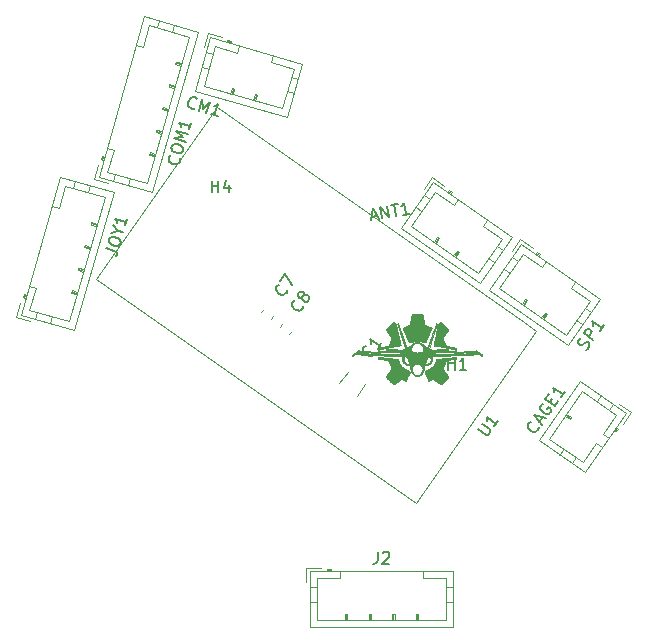
<source format=gto>
G04 #@! TF.GenerationSoftware,KiCad,Pcbnew,(5.1.6)-1*
G04 #@! TF.CreationDate,2020-06-09T11:52:32-04:00*
G04 #@! TF.ProjectId,THROTTLE_INNER_GRIP,5448524f-5454-44c4-955f-494e4e45525f,rev?*
G04 #@! TF.SameCoordinates,Original*
G04 #@! TF.FileFunction,Legend,Top*
G04 #@! TF.FilePolarity,Positive*
%FSLAX46Y46*%
G04 Gerber Fmt 4.6, Leading zero omitted, Abs format (unit mm)*
G04 Created by KiCad (PCBNEW (5.1.6)-1) date 2020-06-09 11:52:32*
%MOMM*%
%LPD*%
G01*
G04 APERTURE LIST*
%ADD10C,0.010000*%
%ADD11C,0.120000*%
%ADD12C,0.150000*%
G04 APERTURE END LIST*
D10*
G04 #@! TO.C,G\u002A\u002A\u002A*
G36*
X98342645Y-112380426D02*
G01*
X98355458Y-112381795D01*
X98375689Y-112384010D01*
X98402841Y-112387012D01*
X98436418Y-112390746D01*
X98475921Y-112395156D01*
X98520855Y-112400186D01*
X98570722Y-112405779D01*
X98625024Y-112411879D01*
X98683266Y-112418430D01*
X98744949Y-112425375D01*
X98809577Y-112432659D01*
X98876653Y-112440225D01*
X98945680Y-112448017D01*
X99016160Y-112455978D01*
X99087596Y-112464053D01*
X99159493Y-112472185D01*
X99231351Y-112480318D01*
X99302675Y-112488396D01*
X99372967Y-112496362D01*
X99441731Y-112504161D01*
X99508468Y-112511735D01*
X99572683Y-112519030D01*
X99633878Y-112525988D01*
X99691556Y-112532553D01*
X99745220Y-112538670D01*
X99794373Y-112544281D01*
X99838517Y-112549331D01*
X99877157Y-112553763D01*
X99909794Y-112557522D01*
X99935931Y-112560550D01*
X99955073Y-112562793D01*
X99966721Y-112564192D01*
X99969777Y-112564586D01*
X99981338Y-112567044D01*
X99987126Y-112571407D01*
X99989715Y-112579015D01*
X99991962Y-112585428D01*
X99997353Y-112598655D01*
X100005495Y-112617820D01*
X100015993Y-112642047D01*
X100028453Y-112670457D01*
X100042481Y-112702174D01*
X100057683Y-112736322D01*
X100073665Y-112772023D01*
X100090032Y-112808401D01*
X100106390Y-112844578D01*
X100122344Y-112879679D01*
X100137502Y-112912825D01*
X100151468Y-112943140D01*
X100163848Y-112969747D01*
X100174248Y-112991770D01*
X100182274Y-113008331D01*
X100186208Y-113016089D01*
X100207079Y-113051424D01*
X100233694Y-113089588D01*
X100264616Y-113128927D01*
X100298405Y-113167787D01*
X100333622Y-113204516D01*
X100368830Y-113237459D01*
X100402589Y-113264965D01*
X100403082Y-113265331D01*
X100410700Y-113270403D01*
X100424921Y-113279290D01*
X100445022Y-113291565D01*
X100470277Y-113306802D01*
X100499961Y-113324576D01*
X100533350Y-113344461D01*
X100569718Y-113366032D01*
X100608341Y-113388862D01*
X100648494Y-113412526D01*
X100689452Y-113436598D01*
X100730491Y-113460653D01*
X100770885Y-113484265D01*
X100809909Y-113507007D01*
X100846840Y-113528455D01*
X100880951Y-113548182D01*
X100911519Y-113565763D01*
X100937817Y-113580772D01*
X100959123Y-113592783D01*
X100974709Y-113601371D01*
X100979988Y-113604174D01*
X100998856Y-113613973D01*
X100838567Y-114001323D01*
X100810109Y-114069951D01*
X100783995Y-114132626D01*
X100760314Y-114189146D01*
X100739153Y-114239305D01*
X100720599Y-114282899D01*
X100704741Y-114319724D01*
X100691665Y-114349577D01*
X100681460Y-114372252D01*
X100674213Y-114387546D01*
X100670010Y-114395254D01*
X100669328Y-114396082D01*
X100658448Y-114401799D01*
X100649519Y-114403490D01*
X100643491Y-114401543D01*
X100630875Y-114395986D01*
X100612527Y-114387244D01*
X100589302Y-114375743D01*
X100562057Y-114361909D01*
X100531646Y-114346167D01*
X100498924Y-114328944D01*
X100487858Y-114323057D01*
X100448621Y-114302182D01*
X100416063Y-114285039D01*
X100389425Y-114271318D01*
X100367947Y-114260705D01*
X100350869Y-114252890D01*
X100337431Y-114247563D01*
X100326875Y-114244411D01*
X100318439Y-114243123D01*
X100311365Y-114243388D01*
X100304893Y-114244896D01*
X100300699Y-114246375D01*
X100295855Y-114249271D01*
X100284538Y-114256628D01*
X100267250Y-114268108D01*
X100244491Y-114283370D01*
X100216763Y-114302076D01*
X100184566Y-114323885D01*
X100148402Y-114348458D01*
X100108771Y-114375456D01*
X100066175Y-114404539D01*
X100021115Y-114435367D01*
X99974092Y-114467602D01*
X99963349Y-114474975D01*
X99907193Y-114513520D01*
X99857583Y-114547542D01*
X99814081Y-114577307D01*
X99776251Y-114603078D01*
X99743656Y-114625123D01*
X99715858Y-114643705D01*
X99692421Y-114659090D01*
X99672908Y-114671543D01*
X99656881Y-114681330D01*
X99643905Y-114688715D01*
X99633541Y-114693965D01*
X99625352Y-114697343D01*
X99618903Y-114699116D01*
X99613755Y-114699548D01*
X99609472Y-114698905D01*
X99605617Y-114697452D01*
X99601752Y-114695454D01*
X99600865Y-114694972D01*
X99596326Y-114691155D01*
X99586332Y-114681821D01*
X99571383Y-114667469D01*
X99551977Y-114648597D01*
X99528611Y-114625704D01*
X99501785Y-114599288D01*
X99471996Y-114569847D01*
X99439743Y-114537879D01*
X99405525Y-114503884D01*
X99369840Y-114468358D01*
X99333185Y-114431801D01*
X99296060Y-114394710D01*
X99258962Y-114357585D01*
X99222391Y-114320922D01*
X99186844Y-114285222D01*
X99152820Y-114250981D01*
X99120816Y-114218699D01*
X99091333Y-114188873D01*
X99064867Y-114162002D01*
X99041917Y-114138584D01*
X99022981Y-114119117D01*
X99008559Y-114104101D01*
X98999147Y-114094032D01*
X98995245Y-114089410D01*
X98995226Y-114089375D01*
X98991050Y-114080126D01*
X98989241Y-114071211D01*
X98990230Y-114061460D01*
X98994454Y-114049702D01*
X99002346Y-114034766D01*
X99014341Y-114015482D01*
X99030872Y-113990679D01*
X99032995Y-113987550D01*
X99042632Y-113973405D01*
X99056570Y-113953002D01*
X99074316Y-113927064D01*
X99095375Y-113896312D01*
X99119254Y-113861465D01*
X99145459Y-113823244D01*
X99173494Y-113782372D01*
X99202867Y-113739568D01*
X99233082Y-113695553D01*
X99260036Y-113656307D01*
X99289417Y-113613466D01*
X99317491Y-113572401D01*
X99343873Y-113533684D01*
X99368179Y-113497883D01*
X99390025Y-113465569D01*
X99409026Y-113437313D01*
X99424798Y-113413684D01*
X99436956Y-113395252D01*
X99445116Y-113382588D01*
X99448894Y-113376262D01*
X99449022Y-113375984D01*
X99453124Y-113362893D01*
X99454815Y-113350704D01*
X99453251Y-113344596D01*
X99448751Y-113331382D01*
X99441606Y-113311787D01*
X99432105Y-113286532D01*
X99420538Y-113256341D01*
X99407196Y-113221936D01*
X99392369Y-113184040D01*
X99376345Y-113143377D01*
X99359416Y-113100669D01*
X99341871Y-113056639D01*
X99324000Y-113012010D01*
X99306094Y-112967506D01*
X99288441Y-112923848D01*
X99271333Y-112881760D01*
X99255059Y-112841966D01*
X99239908Y-112805187D01*
X99226172Y-112772147D01*
X99214139Y-112743568D01*
X99204101Y-112720174D01*
X99196346Y-112702688D01*
X99191165Y-112691832D01*
X99189254Y-112688600D01*
X99180493Y-112679352D01*
X99172658Y-112672900D01*
X99171703Y-112672335D01*
X99166618Y-112671042D01*
X99153787Y-112668326D01*
X99133790Y-112664299D01*
X99107209Y-112659071D01*
X99074622Y-112652754D01*
X99036612Y-112645460D01*
X98993758Y-112637299D01*
X98946640Y-112628383D01*
X98895840Y-112618822D01*
X98841937Y-112608729D01*
X98785512Y-112598214D01*
X98762584Y-112593955D01*
X98689310Y-112580319D01*
X98624080Y-112568098D01*
X98566601Y-112557233D01*
X98516581Y-112547665D01*
X98473726Y-112539336D01*
X98437743Y-112532188D01*
X98408340Y-112526162D01*
X98385222Y-112521199D01*
X98368097Y-112517242D01*
X98356672Y-112514232D01*
X98350653Y-112512111D01*
X98349915Y-112511681D01*
X98341615Y-112504578D01*
X98335782Y-112496220D01*
X98332002Y-112485039D01*
X98329861Y-112469469D01*
X98328945Y-112447943D01*
X98328811Y-112431815D01*
X98328852Y-112410137D01*
X98329198Y-112395531D01*
X98330089Y-112386604D01*
X98331764Y-112381963D01*
X98334465Y-112380212D01*
X98337748Y-112379956D01*
X98342645Y-112380426D01*
G37*
X98342645Y-112380426D02*
X98355458Y-112381795D01*
X98375689Y-112384010D01*
X98402841Y-112387012D01*
X98436418Y-112390746D01*
X98475921Y-112395156D01*
X98520855Y-112400186D01*
X98570722Y-112405779D01*
X98625024Y-112411879D01*
X98683266Y-112418430D01*
X98744949Y-112425375D01*
X98809577Y-112432659D01*
X98876653Y-112440225D01*
X98945680Y-112448017D01*
X99016160Y-112455978D01*
X99087596Y-112464053D01*
X99159493Y-112472185D01*
X99231351Y-112480318D01*
X99302675Y-112488396D01*
X99372967Y-112496362D01*
X99441731Y-112504161D01*
X99508468Y-112511735D01*
X99572683Y-112519030D01*
X99633878Y-112525988D01*
X99691556Y-112532553D01*
X99745220Y-112538670D01*
X99794373Y-112544281D01*
X99838517Y-112549331D01*
X99877157Y-112553763D01*
X99909794Y-112557522D01*
X99935931Y-112560550D01*
X99955073Y-112562793D01*
X99966721Y-112564192D01*
X99969777Y-112564586D01*
X99981338Y-112567044D01*
X99987126Y-112571407D01*
X99989715Y-112579015D01*
X99991962Y-112585428D01*
X99997353Y-112598655D01*
X100005495Y-112617820D01*
X100015993Y-112642047D01*
X100028453Y-112670457D01*
X100042481Y-112702174D01*
X100057683Y-112736322D01*
X100073665Y-112772023D01*
X100090032Y-112808401D01*
X100106390Y-112844578D01*
X100122344Y-112879679D01*
X100137502Y-112912825D01*
X100151468Y-112943140D01*
X100163848Y-112969747D01*
X100174248Y-112991770D01*
X100182274Y-113008331D01*
X100186208Y-113016089D01*
X100207079Y-113051424D01*
X100233694Y-113089588D01*
X100264616Y-113128927D01*
X100298405Y-113167787D01*
X100333622Y-113204516D01*
X100368830Y-113237459D01*
X100402589Y-113264965D01*
X100403082Y-113265331D01*
X100410700Y-113270403D01*
X100424921Y-113279290D01*
X100445022Y-113291565D01*
X100470277Y-113306802D01*
X100499961Y-113324576D01*
X100533350Y-113344461D01*
X100569718Y-113366032D01*
X100608341Y-113388862D01*
X100648494Y-113412526D01*
X100689452Y-113436598D01*
X100730491Y-113460653D01*
X100770885Y-113484265D01*
X100809909Y-113507007D01*
X100846840Y-113528455D01*
X100880951Y-113548182D01*
X100911519Y-113565763D01*
X100937817Y-113580772D01*
X100959123Y-113592783D01*
X100974709Y-113601371D01*
X100979988Y-113604174D01*
X100998856Y-113613973D01*
X100838567Y-114001323D01*
X100810109Y-114069951D01*
X100783995Y-114132626D01*
X100760314Y-114189146D01*
X100739153Y-114239305D01*
X100720599Y-114282899D01*
X100704741Y-114319724D01*
X100691665Y-114349577D01*
X100681460Y-114372252D01*
X100674213Y-114387546D01*
X100670010Y-114395254D01*
X100669328Y-114396082D01*
X100658448Y-114401799D01*
X100649519Y-114403490D01*
X100643491Y-114401543D01*
X100630875Y-114395986D01*
X100612527Y-114387244D01*
X100589302Y-114375743D01*
X100562057Y-114361909D01*
X100531646Y-114346167D01*
X100498924Y-114328944D01*
X100487858Y-114323057D01*
X100448621Y-114302182D01*
X100416063Y-114285039D01*
X100389425Y-114271318D01*
X100367947Y-114260705D01*
X100350869Y-114252890D01*
X100337431Y-114247563D01*
X100326875Y-114244411D01*
X100318439Y-114243123D01*
X100311365Y-114243388D01*
X100304893Y-114244896D01*
X100300699Y-114246375D01*
X100295855Y-114249271D01*
X100284538Y-114256628D01*
X100267250Y-114268108D01*
X100244491Y-114283370D01*
X100216763Y-114302076D01*
X100184566Y-114323885D01*
X100148402Y-114348458D01*
X100108771Y-114375456D01*
X100066175Y-114404539D01*
X100021115Y-114435367D01*
X99974092Y-114467602D01*
X99963349Y-114474975D01*
X99907193Y-114513520D01*
X99857583Y-114547542D01*
X99814081Y-114577307D01*
X99776251Y-114603078D01*
X99743656Y-114625123D01*
X99715858Y-114643705D01*
X99692421Y-114659090D01*
X99672908Y-114671543D01*
X99656881Y-114681330D01*
X99643905Y-114688715D01*
X99633541Y-114693965D01*
X99625352Y-114697343D01*
X99618903Y-114699116D01*
X99613755Y-114699548D01*
X99609472Y-114698905D01*
X99605617Y-114697452D01*
X99601752Y-114695454D01*
X99600865Y-114694972D01*
X99596326Y-114691155D01*
X99586332Y-114681821D01*
X99571383Y-114667469D01*
X99551977Y-114648597D01*
X99528611Y-114625704D01*
X99501785Y-114599288D01*
X99471996Y-114569847D01*
X99439743Y-114537879D01*
X99405525Y-114503884D01*
X99369840Y-114468358D01*
X99333185Y-114431801D01*
X99296060Y-114394710D01*
X99258962Y-114357585D01*
X99222391Y-114320922D01*
X99186844Y-114285222D01*
X99152820Y-114250981D01*
X99120816Y-114218699D01*
X99091333Y-114188873D01*
X99064867Y-114162002D01*
X99041917Y-114138584D01*
X99022981Y-114119117D01*
X99008559Y-114104101D01*
X98999147Y-114094032D01*
X98995245Y-114089410D01*
X98995226Y-114089375D01*
X98991050Y-114080126D01*
X98989241Y-114071211D01*
X98990230Y-114061460D01*
X98994454Y-114049702D01*
X99002346Y-114034766D01*
X99014341Y-114015482D01*
X99030872Y-113990679D01*
X99032995Y-113987550D01*
X99042632Y-113973405D01*
X99056570Y-113953002D01*
X99074316Y-113927064D01*
X99095375Y-113896312D01*
X99119254Y-113861465D01*
X99145459Y-113823244D01*
X99173494Y-113782372D01*
X99202867Y-113739568D01*
X99233082Y-113695553D01*
X99260036Y-113656307D01*
X99289417Y-113613466D01*
X99317491Y-113572401D01*
X99343873Y-113533684D01*
X99368179Y-113497883D01*
X99390025Y-113465569D01*
X99409026Y-113437313D01*
X99424798Y-113413684D01*
X99436956Y-113395252D01*
X99445116Y-113382588D01*
X99448894Y-113376262D01*
X99449022Y-113375984D01*
X99453124Y-113362893D01*
X99454815Y-113350704D01*
X99453251Y-113344596D01*
X99448751Y-113331382D01*
X99441606Y-113311787D01*
X99432105Y-113286532D01*
X99420538Y-113256341D01*
X99407196Y-113221936D01*
X99392369Y-113184040D01*
X99376345Y-113143377D01*
X99359416Y-113100669D01*
X99341871Y-113056639D01*
X99324000Y-113012010D01*
X99306094Y-112967506D01*
X99288441Y-112923848D01*
X99271333Y-112881760D01*
X99255059Y-112841966D01*
X99239908Y-112805187D01*
X99226172Y-112772147D01*
X99214139Y-112743568D01*
X99204101Y-112720174D01*
X99196346Y-112702688D01*
X99191165Y-112691832D01*
X99189254Y-112688600D01*
X99180493Y-112679352D01*
X99172658Y-112672900D01*
X99171703Y-112672335D01*
X99166618Y-112671042D01*
X99153787Y-112668326D01*
X99133790Y-112664299D01*
X99107209Y-112659071D01*
X99074622Y-112652754D01*
X99036612Y-112645460D01*
X98993758Y-112637299D01*
X98946640Y-112628383D01*
X98895840Y-112618822D01*
X98841937Y-112608729D01*
X98785512Y-112598214D01*
X98762584Y-112593955D01*
X98689310Y-112580319D01*
X98624080Y-112568098D01*
X98566601Y-112557233D01*
X98516581Y-112547665D01*
X98473726Y-112539336D01*
X98437743Y-112532188D01*
X98408340Y-112526162D01*
X98385222Y-112521199D01*
X98368097Y-112517242D01*
X98356672Y-112514232D01*
X98350653Y-112512111D01*
X98349915Y-112511681D01*
X98341615Y-112504578D01*
X98335782Y-112496220D01*
X98332002Y-112485039D01*
X98329861Y-112469469D01*
X98328945Y-112447943D01*
X98328811Y-112431815D01*
X98328852Y-112410137D01*
X98329198Y-112395531D01*
X98330089Y-112386604D01*
X98331764Y-112381963D01*
X98334465Y-112380212D01*
X98337748Y-112379956D01*
X98342645Y-112380426D01*
G36*
X104922812Y-112380228D02*
G01*
X104925648Y-112382003D01*
X104927342Y-112386720D01*
X104928189Y-112395818D01*
X104928482Y-112410738D01*
X104928515Y-112428776D01*
X104927819Y-112457416D01*
X104925514Y-112478936D01*
X104921274Y-112494583D01*
X104914773Y-112505606D01*
X104906644Y-112512655D01*
X104901055Y-112514369D01*
X104887665Y-112517497D01*
X104867003Y-112521933D01*
X104839596Y-112527575D01*
X104805974Y-112534318D01*
X104766665Y-112542059D01*
X104722198Y-112550692D01*
X104673101Y-112560115D01*
X104619902Y-112570224D01*
X104563130Y-112580914D01*
X104503315Y-112592081D01*
X104494983Y-112593629D01*
X104437750Y-112604283D01*
X104382814Y-112614556D01*
X104330756Y-112624339D01*
X104282155Y-112633519D01*
X104237592Y-112641986D01*
X104197646Y-112649628D01*
X104162898Y-112656334D01*
X104133928Y-112661993D01*
X104111316Y-112666495D01*
X104095642Y-112669727D01*
X104087487Y-112671578D01*
X104086466Y-112671904D01*
X104082176Y-112674532D01*
X104077969Y-112677968D01*
X104073613Y-112682724D01*
X104068877Y-112689309D01*
X104063531Y-112698234D01*
X104057342Y-112710010D01*
X104050081Y-112725148D01*
X104041516Y-112744157D01*
X104031416Y-112767548D01*
X104019550Y-112795833D01*
X104005687Y-112829521D01*
X103989596Y-112869123D01*
X103971046Y-112915150D01*
X103949807Y-112968112D01*
X103929793Y-113018144D01*
X103903525Y-113084022D01*
X103880449Y-113142256D01*
X103860497Y-113193018D01*
X103843605Y-113236480D01*
X103829708Y-113272813D01*
X103818740Y-113302188D01*
X103810636Y-113324779D01*
X103805331Y-113340755D01*
X103802758Y-113350290D01*
X103802475Y-113352577D01*
X103804191Y-113366776D01*
X103808316Y-113379570D01*
X103808615Y-113380161D01*
X103811879Y-113385337D01*
X103819584Y-113396969D01*
X103831377Y-113414536D01*
X103846904Y-113437520D01*
X103865809Y-113465397D01*
X103887740Y-113497648D01*
X103912343Y-113533752D01*
X103939262Y-113573188D01*
X103968144Y-113615436D01*
X103998635Y-113659974D01*
X104027372Y-113701895D01*
X104059214Y-113748318D01*
X104089926Y-113793097D01*
X104119138Y-113835689D01*
X104146478Y-113875555D01*
X104171575Y-113912153D01*
X104194060Y-113944943D01*
X104213560Y-113973384D01*
X104229706Y-113996935D01*
X104242125Y-114015056D01*
X104250449Y-114027205D01*
X104254065Y-114032490D01*
X104264682Y-114051822D01*
X104268115Y-114068441D01*
X104267917Y-114071120D01*
X104267096Y-114074141D01*
X104265311Y-114077860D01*
X104262223Y-114082635D01*
X104257490Y-114088822D01*
X104250774Y-114096780D01*
X104241733Y-114106864D01*
X104230028Y-114119433D01*
X104215317Y-114134844D01*
X104197262Y-114153453D01*
X104175521Y-114175619D01*
X104149754Y-114201698D01*
X104119622Y-114232047D01*
X104084783Y-114267024D01*
X104044898Y-114306987D01*
X103999626Y-114352291D01*
X103960108Y-114391816D01*
X103909213Y-114442772D01*
X103863997Y-114488108D01*
X103824077Y-114528116D01*
X103789069Y-114563087D01*
X103758591Y-114593310D01*
X103732258Y-114619078D01*
X103709688Y-114640680D01*
X103690497Y-114658408D01*
X103674301Y-114672553D01*
X103660719Y-114683405D01*
X103649365Y-114691255D01*
X103639856Y-114696394D01*
X103631810Y-114699112D01*
X103624843Y-114699702D01*
X103618572Y-114698453D01*
X103612613Y-114695656D01*
X103606582Y-114691602D01*
X103600098Y-114686582D01*
X103592775Y-114680887D01*
X103585742Y-114675825D01*
X103576853Y-114669747D01*
X103561575Y-114659284D01*
X103540497Y-114644839D01*
X103514212Y-114626820D01*
X103483309Y-114605630D01*
X103448380Y-114581675D01*
X103410015Y-114555361D01*
X103368806Y-114527092D01*
X103325342Y-114497273D01*
X103280216Y-114466311D01*
X103254466Y-114448641D01*
X103201720Y-114412465D01*
X103155478Y-114380802D01*
X103115281Y-114353353D01*
X103080667Y-114329818D01*
X103051175Y-114309898D01*
X103026346Y-114293294D01*
X103005717Y-114279706D01*
X102988828Y-114268835D01*
X102975218Y-114260383D01*
X102964426Y-114254048D01*
X102955992Y-114249532D01*
X102949454Y-114246536D01*
X102944352Y-114244761D01*
X102940225Y-114243906D01*
X102939083Y-114243782D01*
X102933923Y-114243552D01*
X102928483Y-114244012D01*
X102921996Y-114245518D01*
X102913694Y-114248427D01*
X102902813Y-114253092D01*
X102888584Y-114259871D01*
X102870240Y-114269119D01*
X102847015Y-114281190D01*
X102818143Y-114296441D01*
X102782856Y-114315228D01*
X102768669Y-114322800D01*
X102727321Y-114344711D01*
X102691334Y-114363436D01*
X102661073Y-114378798D01*
X102636899Y-114390617D01*
X102619175Y-114398714D01*
X102608262Y-114402909D01*
X102605365Y-114403490D01*
X102592205Y-114399873D01*
X102584538Y-114393965D01*
X102581921Y-114388994D01*
X102576309Y-114376740D01*
X102567931Y-114357749D01*
X102557016Y-114332567D01*
X102543792Y-114301740D01*
X102528490Y-114265813D01*
X102511337Y-114225332D01*
X102492564Y-114180844D01*
X102472398Y-114132893D01*
X102451070Y-114082025D01*
X102428808Y-114028788D01*
X102405842Y-113973725D01*
X102382400Y-113917384D01*
X102358711Y-113860309D01*
X102335005Y-113803047D01*
X102311511Y-113746144D01*
X102288457Y-113690145D01*
X102266073Y-113635596D01*
X102258678Y-113617531D01*
X102260348Y-113612450D01*
X102264387Y-113610172D01*
X102270366Y-113607298D01*
X102282930Y-113600503D01*
X102301390Y-113590193D01*
X102325052Y-113576773D01*
X102353224Y-113560648D01*
X102385216Y-113542223D01*
X102420335Y-113521903D01*
X102457888Y-113500094D01*
X102497185Y-113477201D01*
X102537534Y-113453628D01*
X102578242Y-113429782D01*
X102618618Y-113406067D01*
X102657969Y-113382888D01*
X102695604Y-113360650D01*
X102730832Y-113339759D01*
X102762959Y-113320620D01*
X102791295Y-113303638D01*
X102815147Y-113289218D01*
X102833824Y-113277766D01*
X102846633Y-113269685D01*
X102851960Y-113266092D01*
X102885621Y-113239035D01*
X102921161Y-113206067D01*
X102956966Y-113168988D01*
X102991422Y-113129600D01*
X103022913Y-113089702D01*
X103049825Y-113051096D01*
X103061071Y-113032822D01*
X103066003Y-113023493D01*
X103073874Y-113007500D01*
X103084274Y-112985746D01*
X103096791Y-112959134D01*
X103111017Y-112928569D01*
X103126540Y-112894954D01*
X103142949Y-112859192D01*
X103159836Y-112822187D01*
X103176788Y-112784844D01*
X103193397Y-112748064D01*
X103209252Y-112712753D01*
X103223941Y-112679813D01*
X103237056Y-112650149D01*
X103248185Y-112624663D01*
X103256918Y-112604260D01*
X103262846Y-112589843D01*
X103265400Y-112582874D01*
X103268593Y-112572546D01*
X103270588Y-112566708D01*
X103270842Y-112566223D01*
X103275027Y-112565752D01*
X103287221Y-112564370D01*
X103307019Y-112562123D01*
X103334017Y-112559056D01*
X103367812Y-112555215D01*
X103408000Y-112550648D01*
X103454177Y-112545398D01*
X103505938Y-112539513D01*
X103562880Y-112533038D01*
X103624598Y-112526020D01*
X103690690Y-112518504D01*
X103760751Y-112510535D01*
X103834376Y-112502161D01*
X103911163Y-112493426D01*
X103990706Y-112484378D01*
X104072603Y-112475061D01*
X104089931Y-112473090D01*
X104172419Y-112463711D01*
X104252726Y-112454592D01*
X104330440Y-112445778D01*
X104405152Y-112437316D01*
X104476452Y-112429251D01*
X104543929Y-112421630D01*
X104607173Y-112414499D01*
X104665774Y-112407904D01*
X104719322Y-112401891D01*
X104767406Y-112396507D01*
X104809616Y-112391796D01*
X104845542Y-112387807D01*
X104874774Y-112384583D01*
X104896901Y-112382172D01*
X104911514Y-112380620D01*
X104918202Y-112379973D01*
X104918540Y-112379956D01*
X104922812Y-112380228D01*
G37*
X104922812Y-112380228D02*
X104925648Y-112382003D01*
X104927342Y-112386720D01*
X104928189Y-112395818D01*
X104928482Y-112410738D01*
X104928515Y-112428776D01*
X104927819Y-112457416D01*
X104925514Y-112478936D01*
X104921274Y-112494583D01*
X104914773Y-112505606D01*
X104906644Y-112512655D01*
X104901055Y-112514369D01*
X104887665Y-112517497D01*
X104867003Y-112521933D01*
X104839596Y-112527575D01*
X104805974Y-112534318D01*
X104766665Y-112542059D01*
X104722198Y-112550692D01*
X104673101Y-112560115D01*
X104619902Y-112570224D01*
X104563130Y-112580914D01*
X104503315Y-112592081D01*
X104494983Y-112593629D01*
X104437750Y-112604283D01*
X104382814Y-112614556D01*
X104330756Y-112624339D01*
X104282155Y-112633519D01*
X104237592Y-112641986D01*
X104197646Y-112649628D01*
X104162898Y-112656334D01*
X104133928Y-112661993D01*
X104111316Y-112666495D01*
X104095642Y-112669727D01*
X104087487Y-112671578D01*
X104086466Y-112671904D01*
X104082176Y-112674532D01*
X104077969Y-112677968D01*
X104073613Y-112682724D01*
X104068877Y-112689309D01*
X104063531Y-112698234D01*
X104057342Y-112710010D01*
X104050081Y-112725148D01*
X104041516Y-112744157D01*
X104031416Y-112767548D01*
X104019550Y-112795833D01*
X104005687Y-112829521D01*
X103989596Y-112869123D01*
X103971046Y-112915150D01*
X103949807Y-112968112D01*
X103929793Y-113018144D01*
X103903525Y-113084022D01*
X103880449Y-113142256D01*
X103860497Y-113193018D01*
X103843605Y-113236480D01*
X103829708Y-113272813D01*
X103818740Y-113302188D01*
X103810636Y-113324779D01*
X103805331Y-113340755D01*
X103802758Y-113350290D01*
X103802475Y-113352577D01*
X103804191Y-113366776D01*
X103808316Y-113379570D01*
X103808615Y-113380161D01*
X103811879Y-113385337D01*
X103819584Y-113396969D01*
X103831377Y-113414536D01*
X103846904Y-113437520D01*
X103865809Y-113465397D01*
X103887740Y-113497648D01*
X103912343Y-113533752D01*
X103939262Y-113573188D01*
X103968144Y-113615436D01*
X103998635Y-113659974D01*
X104027372Y-113701895D01*
X104059214Y-113748318D01*
X104089926Y-113793097D01*
X104119138Y-113835689D01*
X104146478Y-113875555D01*
X104171575Y-113912153D01*
X104194060Y-113944943D01*
X104213560Y-113973384D01*
X104229706Y-113996935D01*
X104242125Y-114015056D01*
X104250449Y-114027205D01*
X104254065Y-114032490D01*
X104264682Y-114051822D01*
X104268115Y-114068441D01*
X104267917Y-114071120D01*
X104267096Y-114074141D01*
X104265311Y-114077860D01*
X104262223Y-114082635D01*
X104257490Y-114088822D01*
X104250774Y-114096780D01*
X104241733Y-114106864D01*
X104230028Y-114119433D01*
X104215317Y-114134844D01*
X104197262Y-114153453D01*
X104175521Y-114175619D01*
X104149754Y-114201698D01*
X104119622Y-114232047D01*
X104084783Y-114267024D01*
X104044898Y-114306987D01*
X103999626Y-114352291D01*
X103960108Y-114391816D01*
X103909213Y-114442772D01*
X103863997Y-114488108D01*
X103824077Y-114528116D01*
X103789069Y-114563087D01*
X103758591Y-114593310D01*
X103732258Y-114619078D01*
X103709688Y-114640680D01*
X103690497Y-114658408D01*
X103674301Y-114672553D01*
X103660719Y-114683405D01*
X103649365Y-114691255D01*
X103639856Y-114696394D01*
X103631810Y-114699112D01*
X103624843Y-114699702D01*
X103618572Y-114698453D01*
X103612613Y-114695656D01*
X103606582Y-114691602D01*
X103600098Y-114686582D01*
X103592775Y-114680887D01*
X103585742Y-114675825D01*
X103576853Y-114669747D01*
X103561575Y-114659284D01*
X103540497Y-114644839D01*
X103514212Y-114626820D01*
X103483309Y-114605630D01*
X103448380Y-114581675D01*
X103410015Y-114555361D01*
X103368806Y-114527092D01*
X103325342Y-114497273D01*
X103280216Y-114466311D01*
X103254466Y-114448641D01*
X103201720Y-114412465D01*
X103155478Y-114380802D01*
X103115281Y-114353353D01*
X103080667Y-114329818D01*
X103051175Y-114309898D01*
X103026346Y-114293294D01*
X103005717Y-114279706D01*
X102988828Y-114268835D01*
X102975218Y-114260383D01*
X102964426Y-114254048D01*
X102955992Y-114249532D01*
X102949454Y-114246536D01*
X102944352Y-114244761D01*
X102940225Y-114243906D01*
X102939083Y-114243782D01*
X102933923Y-114243552D01*
X102928483Y-114244012D01*
X102921996Y-114245518D01*
X102913694Y-114248427D01*
X102902813Y-114253092D01*
X102888584Y-114259871D01*
X102870240Y-114269119D01*
X102847015Y-114281190D01*
X102818143Y-114296441D01*
X102782856Y-114315228D01*
X102768669Y-114322800D01*
X102727321Y-114344711D01*
X102691334Y-114363436D01*
X102661073Y-114378798D01*
X102636899Y-114390617D01*
X102619175Y-114398714D01*
X102608262Y-114402909D01*
X102605365Y-114403490D01*
X102592205Y-114399873D01*
X102584538Y-114393965D01*
X102581921Y-114388994D01*
X102576309Y-114376740D01*
X102567931Y-114357749D01*
X102557016Y-114332567D01*
X102543792Y-114301740D01*
X102528490Y-114265813D01*
X102511337Y-114225332D01*
X102492564Y-114180844D01*
X102472398Y-114132893D01*
X102451070Y-114082025D01*
X102428808Y-114028788D01*
X102405842Y-113973725D01*
X102382400Y-113917384D01*
X102358711Y-113860309D01*
X102335005Y-113803047D01*
X102311511Y-113746144D01*
X102288457Y-113690145D01*
X102266073Y-113635596D01*
X102258678Y-113617531D01*
X102260348Y-113612450D01*
X102264387Y-113610172D01*
X102270366Y-113607298D01*
X102282930Y-113600503D01*
X102301390Y-113590193D01*
X102325052Y-113576773D01*
X102353224Y-113560648D01*
X102385216Y-113542223D01*
X102420335Y-113521903D01*
X102457888Y-113500094D01*
X102497185Y-113477201D01*
X102537534Y-113453628D01*
X102578242Y-113429782D01*
X102618618Y-113406067D01*
X102657969Y-113382888D01*
X102695604Y-113360650D01*
X102730832Y-113339759D01*
X102762959Y-113320620D01*
X102791295Y-113303638D01*
X102815147Y-113289218D01*
X102833824Y-113277766D01*
X102846633Y-113269685D01*
X102851960Y-113266092D01*
X102885621Y-113239035D01*
X102921161Y-113206067D01*
X102956966Y-113168988D01*
X102991422Y-113129600D01*
X103022913Y-113089702D01*
X103049825Y-113051096D01*
X103061071Y-113032822D01*
X103066003Y-113023493D01*
X103073874Y-113007500D01*
X103084274Y-112985746D01*
X103096791Y-112959134D01*
X103111017Y-112928569D01*
X103126540Y-112894954D01*
X103142949Y-112859192D01*
X103159836Y-112822187D01*
X103176788Y-112784844D01*
X103193397Y-112748064D01*
X103209252Y-112712753D01*
X103223941Y-112679813D01*
X103237056Y-112650149D01*
X103248185Y-112624663D01*
X103256918Y-112604260D01*
X103262846Y-112589843D01*
X103265400Y-112582874D01*
X103268593Y-112572546D01*
X103270588Y-112566708D01*
X103270842Y-112566223D01*
X103275027Y-112565752D01*
X103287221Y-112564370D01*
X103307019Y-112562123D01*
X103334017Y-112559056D01*
X103367812Y-112555215D01*
X103408000Y-112550648D01*
X103454177Y-112545398D01*
X103505938Y-112539513D01*
X103562880Y-112533038D01*
X103624598Y-112526020D01*
X103690690Y-112518504D01*
X103760751Y-112510535D01*
X103834376Y-112502161D01*
X103911163Y-112493426D01*
X103990706Y-112484378D01*
X104072603Y-112475061D01*
X104089931Y-112473090D01*
X104172419Y-112463711D01*
X104252726Y-112454592D01*
X104330440Y-112445778D01*
X104405152Y-112437316D01*
X104476452Y-112429251D01*
X104543929Y-112421630D01*
X104607173Y-112414499D01*
X104665774Y-112407904D01*
X104719322Y-112401891D01*
X104767406Y-112396507D01*
X104809616Y-112391796D01*
X104845542Y-112387807D01*
X104874774Y-112384583D01*
X104896901Y-112382172D01*
X104911514Y-112380620D01*
X104918202Y-112379973D01*
X104918540Y-112379956D01*
X104922812Y-112380228D01*
G36*
X100015041Y-109548569D02*
G01*
X100021380Y-109551741D01*
X100025207Y-109558921D01*
X100025416Y-109559498D01*
X100027903Y-109566471D01*
X100033066Y-109580959D01*
X100040740Y-109602500D01*
X100050761Y-109630634D01*
X100062964Y-109664898D01*
X100077185Y-109704831D01*
X100093261Y-109749973D01*
X100111026Y-109799861D01*
X100130317Y-109854034D01*
X100150969Y-109912031D01*
X100172818Y-109973391D01*
X100195700Y-110037652D01*
X100219450Y-110104352D01*
X100243904Y-110173031D01*
X100268898Y-110243227D01*
X100294268Y-110314478D01*
X100319849Y-110386323D01*
X100345476Y-110458301D01*
X100370987Y-110529951D01*
X100396216Y-110600811D01*
X100420999Y-110670419D01*
X100445172Y-110738315D01*
X100468571Y-110804037D01*
X100491031Y-110867123D01*
X100512387Y-110927112D01*
X100532477Y-110983543D01*
X100551136Y-111035955D01*
X100568198Y-111083885D01*
X100583500Y-111126874D01*
X100596879Y-111164458D01*
X100608168Y-111196177D01*
X100610628Y-111203090D01*
X100628460Y-111253176D01*
X100645470Y-111300921D01*
X100661446Y-111345728D01*
X100676176Y-111387002D01*
X100689445Y-111424149D01*
X100701042Y-111456571D01*
X100710753Y-111483675D01*
X100718365Y-111504864D01*
X100723666Y-111519544D01*
X100726443Y-111527118D01*
X100726815Y-111528054D01*
X100730892Y-111527321D01*
X100739816Y-111524103D01*
X100742376Y-111523056D01*
X100759859Y-111517471D01*
X100784427Y-111512095D01*
X100814698Y-111507101D01*
X100849290Y-111502660D01*
X100886822Y-111498944D01*
X100925911Y-111496126D01*
X100965177Y-111494377D01*
X100974660Y-111494131D01*
X101019189Y-111493153D01*
X101039614Y-111458718D01*
X101064246Y-111420402D01*
X101092809Y-111381369D01*
X101123833Y-111343335D01*
X101155844Y-111308020D01*
X101187371Y-111277141D01*
X101215381Y-111253594D01*
X101244556Y-111234044D01*
X101280530Y-111214216D01*
X101321688Y-111194775D01*
X101366415Y-111176388D01*
X101413096Y-111159720D01*
X101460117Y-111145438D01*
X101503749Y-111134660D01*
X101537462Y-111129182D01*
X101576841Y-111125721D01*
X101619328Y-111124278D01*
X101662365Y-111124852D01*
X101703395Y-111127445D01*
X101739861Y-111132055D01*
X101753515Y-111134660D01*
X101805622Y-111147696D01*
X101857667Y-111164059D01*
X101908115Y-111183095D01*
X101955429Y-111204149D01*
X101998073Y-111226567D01*
X102034512Y-111249695D01*
X102049053Y-111260620D01*
X102079699Y-111287600D01*
X102111890Y-111320279D01*
X102143866Y-111356563D01*
X102173865Y-111394356D01*
X102200127Y-111431563D01*
X102219346Y-111463241D01*
X102235737Y-111493107D01*
X102283551Y-111494148D01*
X102338829Y-111496572D01*
X102392806Y-111501276D01*
X102443655Y-111508024D01*
X102489546Y-111516579D01*
X102523605Y-111525189D01*
X102524325Y-111525055D01*
X102525287Y-111524120D01*
X102526582Y-111522139D01*
X102528298Y-111518863D01*
X102530525Y-111514048D01*
X102533351Y-111507445D01*
X102536866Y-111498808D01*
X102541159Y-111487890D01*
X102546319Y-111474445D01*
X102552435Y-111458227D01*
X102559596Y-111438987D01*
X102567892Y-111416480D01*
X102577411Y-111390459D01*
X102588243Y-111360678D01*
X102600477Y-111326888D01*
X102614202Y-111288845D01*
X102629507Y-111246301D01*
X102646482Y-111199009D01*
X102665214Y-111146723D01*
X102685795Y-111089196D01*
X102708312Y-111026181D01*
X102732854Y-110957432D01*
X102759512Y-110882702D01*
X102788374Y-110801744D01*
X102819529Y-110714312D01*
X102853066Y-110620158D01*
X102889075Y-110519037D01*
X102927645Y-110410701D01*
X102968864Y-110294904D01*
X103012822Y-110171399D01*
X103017031Y-110159573D01*
X103233991Y-109549973D01*
X103252660Y-109548723D01*
X103265751Y-109548827D01*
X103274873Y-109552403D01*
X103283361Y-109560030D01*
X103295392Y-109572588D01*
X102985301Y-110619333D01*
X102675210Y-111666079D01*
X102686275Y-111674902D01*
X102693124Y-111679314D01*
X102706309Y-111686886D01*
X102724613Y-111696952D01*
X102746817Y-111708850D01*
X102771705Y-111721915D01*
X102786754Y-111729696D01*
X102876170Y-111775668D01*
X103179501Y-111758066D01*
X103269489Y-111752851D01*
X103351478Y-111748119D01*
X103425919Y-111743848D01*
X103493266Y-111740018D01*
X103553971Y-111736607D01*
X103608486Y-111733595D01*
X103657263Y-111730962D01*
X103700755Y-111728686D01*
X103739415Y-111726746D01*
X103773693Y-111725122D01*
X103804044Y-111723792D01*
X103830919Y-111722737D01*
X103854770Y-111721934D01*
X103876050Y-111721364D01*
X103895212Y-111721005D01*
X103912707Y-111720837D01*
X103928988Y-111720838D01*
X103944508Y-111720988D01*
X103959718Y-111721266D01*
X103971782Y-111721562D01*
X104031083Y-111723513D01*
X104083388Y-111725998D01*
X104128385Y-111728994D01*
X104165758Y-111732478D01*
X104195195Y-111736426D01*
X104210068Y-111739263D01*
X104234851Y-111747681D01*
X104254160Y-111761211D01*
X104269548Y-111781133D01*
X104276270Y-111793922D01*
X104280347Y-111802313D01*
X104283401Y-111809166D01*
X104284718Y-111814778D01*
X104283588Y-111819447D01*
X104279300Y-111823470D01*
X104271141Y-111827145D01*
X104258400Y-111830769D01*
X104240365Y-111834640D01*
X104216326Y-111839056D01*
X104185570Y-111844313D01*
X104147387Y-111850710D01*
X104135823Y-111852652D01*
X104091274Y-111860182D01*
X104054565Y-111866467D01*
X104025176Y-111871610D01*
X104002588Y-111875711D01*
X103986282Y-111878871D01*
X103975739Y-111881191D01*
X103970438Y-111882772D01*
X103969862Y-111883715D01*
X103973489Y-111884121D01*
X103973898Y-111884133D01*
X103979027Y-111884284D01*
X103992151Y-111884683D01*
X104012805Y-111885315D01*
X104040521Y-111886165D01*
X104074834Y-111887218D01*
X104115276Y-111888462D01*
X104161382Y-111889881D01*
X104212684Y-111891460D01*
X104268716Y-111893187D01*
X104329011Y-111895045D01*
X104393104Y-111897021D01*
X104460526Y-111899101D01*
X104530811Y-111901269D01*
X104603494Y-111903512D01*
X104628179Y-111904275D01*
X105273993Y-111924213D01*
X105864313Y-111902220D01*
X105935296Y-111899571D01*
X106004572Y-111896975D01*
X106071604Y-111894454D01*
X106135856Y-111892029D01*
X106196792Y-111889719D01*
X106253875Y-111887546D01*
X106306569Y-111885529D01*
X106354338Y-111883690D01*
X106396645Y-111882049D01*
X106432955Y-111880627D01*
X106462730Y-111879443D01*
X106485435Y-111878519D01*
X106500533Y-111877876D01*
X106505673Y-111877635D01*
X106556714Y-111875043D01*
X106554933Y-111862909D01*
X106555668Y-111847206D01*
X106562608Y-111836473D01*
X106574893Y-111831015D01*
X106591660Y-111831136D01*
X106612051Y-111837142D01*
X106618936Y-111840228D01*
X106625313Y-111844124D01*
X106637825Y-111852505D01*
X106655764Y-111864864D01*
X106678427Y-111880695D01*
X106705106Y-111899492D01*
X106735097Y-111920749D01*
X106767694Y-111943960D01*
X106802192Y-111968620D01*
X106837884Y-111994220D01*
X106874065Y-112020256D01*
X106910030Y-112046222D01*
X106945073Y-112071611D01*
X106978488Y-112095917D01*
X107009570Y-112118635D01*
X107037613Y-112139257D01*
X107061912Y-112157278D01*
X107081761Y-112172192D01*
X107082316Y-112172612D01*
X107103579Y-112191716D01*
X107117834Y-112212009D01*
X107125708Y-112232395D01*
X107128042Y-112247627D01*
X107124871Y-112257892D01*
X107115600Y-112263609D01*
X107099635Y-112265200D01*
X107081376Y-112263749D01*
X107073903Y-112262518D01*
X107066435Y-112260391D01*
X107057993Y-112256792D01*
X107047597Y-112251146D01*
X107034267Y-112242877D01*
X107017024Y-112231411D01*
X106994888Y-112216170D01*
X106966879Y-112196581D01*
X106966095Y-112196030D01*
X106873732Y-112131175D01*
X106789065Y-112139106D01*
X106755474Y-112142238D01*
X106715791Y-112145914D01*
X106670716Y-112150070D01*
X106620948Y-112154643D01*
X106567187Y-112159569D01*
X106510131Y-112164786D01*
X106450480Y-112170229D01*
X106388932Y-112175835D01*
X106326187Y-112181542D01*
X106262943Y-112187285D01*
X106199901Y-112193001D01*
X106137759Y-112198628D01*
X106077216Y-112204101D01*
X106018972Y-112209357D01*
X105963725Y-112214333D01*
X105912174Y-112218965D01*
X105865020Y-112223191D01*
X105822960Y-112226946D01*
X105786694Y-112230168D01*
X105756921Y-112232793D01*
X105734341Y-112234758D01*
X105722265Y-112235783D01*
X105702473Y-112237339D01*
X105682082Y-112238736D01*
X105660426Y-112239993D01*
X105636838Y-112241128D01*
X105610652Y-112242158D01*
X105581203Y-112243102D01*
X105547824Y-112243977D01*
X105509849Y-112244800D01*
X105466612Y-112245590D01*
X105417447Y-112246364D01*
X105361688Y-112247141D01*
X105298668Y-112247937D01*
X105241782Y-112248609D01*
X105192626Y-112249179D01*
X105145375Y-112249732D01*
X105099540Y-112250274D01*
X105054632Y-112250812D01*
X105010160Y-112251354D01*
X104965634Y-112251905D01*
X104920565Y-112252472D01*
X104874463Y-112253061D01*
X104826838Y-112253680D01*
X104777200Y-112254334D01*
X104725060Y-112255031D01*
X104669928Y-112255777D01*
X104611315Y-112256579D01*
X104548729Y-112257443D01*
X104481682Y-112258375D01*
X104409684Y-112259383D01*
X104332245Y-112260473D01*
X104248876Y-112261652D01*
X104159085Y-112262926D01*
X104062385Y-112264301D01*
X103958284Y-112265785D01*
X103846294Y-112267384D01*
X103825732Y-112267678D01*
X103732836Y-112269006D01*
X103648025Y-112270222D01*
X103570914Y-112271336D01*
X103501123Y-112272358D01*
X103438269Y-112273297D01*
X103381970Y-112274162D01*
X103331843Y-112274964D01*
X103287506Y-112275711D01*
X103248578Y-112276414D01*
X103214676Y-112277082D01*
X103185418Y-112277724D01*
X103160421Y-112278351D01*
X103139304Y-112278972D01*
X103121684Y-112279596D01*
X103107178Y-112280233D01*
X103095406Y-112280892D01*
X103085984Y-112281584D01*
X103078531Y-112282317D01*
X103072664Y-112283102D01*
X103068001Y-112283948D01*
X103064160Y-112284864D01*
X103060758Y-112285860D01*
X103057414Y-112286946D01*
X103057382Y-112286957D01*
X103034539Y-112292747D01*
X103005080Y-112297515D01*
X102970814Y-112301064D01*
X102933552Y-112303199D01*
X102902579Y-112303756D01*
X102881541Y-112303854D01*
X102867649Y-112304288D01*
X102859586Y-112305267D01*
X102856033Y-112307003D01*
X102855671Y-112309706D01*
X102856147Y-112311165D01*
X102864604Y-112334450D01*
X102873502Y-112361427D01*
X102882120Y-112389662D01*
X102889738Y-112416725D01*
X102895636Y-112440182D01*
X102898560Y-112454307D01*
X102901339Y-112474977D01*
X102903513Y-112500149D01*
X102904780Y-112525866D01*
X102904982Y-112538889D01*
X102904123Y-112571813D01*
X102901272Y-112602473D01*
X102896018Y-112631996D01*
X102887951Y-112661512D01*
X102876659Y-112692150D01*
X102861732Y-112725041D01*
X102842758Y-112761313D01*
X102819328Y-112802095D01*
X102794187Y-112843432D01*
X102780973Y-112861977D01*
X102762605Y-112883951D01*
X102740711Y-112907714D01*
X102716920Y-112931627D01*
X102692860Y-112954053D01*
X102670161Y-112973352D01*
X102650982Y-112987535D01*
X102595437Y-113020283D01*
X102538321Y-113046243D01*
X102480453Y-113065242D01*
X102422656Y-113077107D01*
X102365750Y-113081661D01*
X102310557Y-113078732D01*
X102263632Y-113069714D01*
X102247116Y-113065467D01*
X102233302Y-113062125D01*
X102224594Y-113060264D01*
X102223415Y-113060088D01*
X102220588Y-113061209D01*
X102218458Y-113066095D01*
X102216798Y-113075984D01*
X102215384Y-113092116D01*
X102214285Y-113110207D01*
X102212304Y-113148818D01*
X102211012Y-113180563D01*
X102210394Y-113207014D01*
X102210434Y-113229742D01*
X102211116Y-113250318D01*
X102212426Y-113270313D01*
X102212696Y-113273593D01*
X102213290Y-113312870D01*
X102209188Y-113357809D01*
X102200662Y-113407219D01*
X102187986Y-113459908D01*
X102171435Y-113514684D01*
X102151281Y-113570355D01*
X102136230Y-113606797D01*
X102111803Y-113658137D01*
X102084856Y-113704572D01*
X102053923Y-113748236D01*
X102017539Y-113791261D01*
X101988507Y-113821673D01*
X101932938Y-113872739D01*
X101876109Y-113915463D01*
X101817958Y-113949885D01*
X101758421Y-113976043D01*
X101725999Y-113986652D01*
X101696616Y-113993265D01*
X101663154Y-113997751D01*
X101628695Y-113999905D01*
X101596322Y-113999526D01*
X101571482Y-113996843D01*
X101524311Y-113985244D01*
X101474812Y-113966812D01*
X101424538Y-113942240D01*
X101375045Y-113912222D01*
X101363002Y-113903966D01*
X101338755Y-113885359D01*
X101311247Y-113861630D01*
X101282215Y-113834491D01*
X101253397Y-113805653D01*
X101226531Y-113776827D01*
X101203354Y-113749726D01*
X101193229Y-113736740D01*
X101168455Y-113699727D01*
X101144066Y-113655872D01*
X101120848Y-113606791D01*
X101099587Y-113554098D01*
X101087204Y-113518723D01*
X101074218Y-113478143D01*
X101063944Y-113442830D01*
X101056133Y-113410956D01*
X101050537Y-113380690D01*
X101049835Y-113374790D01*
X101163182Y-113374790D01*
X101164175Y-113409077D01*
X101167645Y-113442608D01*
X101173964Y-113477337D01*
X101183502Y-113515218D01*
X101196628Y-113558207D01*
X101199655Y-113567407D01*
X101223895Y-113631345D01*
X101251766Y-113688051D01*
X101283539Y-113738066D01*
X101289320Y-113745904D01*
X101328180Y-113792714D01*
X101370337Y-113834766D01*
X101414895Y-113871440D01*
X101460959Y-113902118D01*
X101507632Y-113926182D01*
X101554018Y-113943015D01*
X101585187Y-113950056D01*
X101608687Y-113953207D01*
X101629555Y-113953931D01*
X101652067Y-113952250D01*
X101665724Y-113950449D01*
X101711546Y-113939879D01*
X101758028Y-113921733D01*
X101804263Y-113896757D01*
X101849344Y-113865695D01*
X101892365Y-113829294D01*
X101932418Y-113788297D01*
X101968596Y-113743451D01*
X101999994Y-113695499D01*
X102018614Y-113660540D01*
X102043391Y-113604147D01*
X102063390Y-113547828D01*
X102078434Y-113492572D01*
X102088340Y-113439368D01*
X102092928Y-113389206D01*
X102092019Y-113343074D01*
X102085432Y-113301962D01*
X102084567Y-113298590D01*
X102072468Y-113261503D01*
X102055882Y-113223154D01*
X102035776Y-113185049D01*
X102013117Y-113148699D01*
X101988870Y-113115610D01*
X101964003Y-113087293D01*
X101939483Y-113065255D01*
X101931324Y-113059412D01*
X101889506Y-113035659D01*
X101841500Y-113015409D01*
X101789001Y-112999070D01*
X101733701Y-112987049D01*
X101677294Y-112979755D01*
X101621473Y-112977595D01*
X101595310Y-112978505D01*
X101543648Y-112983776D01*
X101492580Y-112993035D01*
X101443483Y-113005827D01*
X101397734Y-113021697D01*
X101356709Y-113040193D01*
X101321785Y-113060859D01*
X101303530Y-113074792D01*
X101280652Y-113097639D01*
X101257190Y-113127016D01*
X101234243Y-113161154D01*
X101212911Y-113198284D01*
X101194292Y-113236639D01*
X101179568Y-113274210D01*
X101172678Y-113295005D01*
X101168069Y-113311131D01*
X101165277Y-113325440D01*
X101163836Y-113340781D01*
X101163282Y-113360005D01*
X101163182Y-113374790D01*
X101049835Y-113374790D01*
X101046908Y-113350206D01*
X101044996Y-113317674D01*
X101044554Y-113281266D01*
X101045332Y-113239152D01*
X101046079Y-113216040D01*
X101046121Y-113203981D01*
X101045678Y-113186805D01*
X101044847Y-113166136D01*
X101043722Y-113143596D01*
X101042402Y-113120809D01*
X101040982Y-113099397D01*
X101039559Y-113080985D01*
X101038229Y-113067194D01*
X101037089Y-113059649D01*
X101036739Y-113058769D01*
X101032174Y-113059094D01*
X101021408Y-113061438D01*
X101006343Y-113065360D01*
X100997650Y-113067817D01*
X100946228Y-113078434D01*
X100891775Y-113081543D01*
X100835097Y-113077183D01*
X100777000Y-113065393D01*
X100743856Y-113055462D01*
X100682376Y-113031075D01*
X100626215Y-113000608D01*
X100574092Y-112963288D01*
X100536965Y-112930416D01*
X100511326Y-112904828D01*
X100490283Y-112881337D01*
X100471766Y-112857307D01*
X100453706Y-112830100D01*
X100438856Y-112805406D01*
X100416337Y-112765981D01*
X100398178Y-112732075D01*
X100383836Y-112702306D01*
X100372769Y-112675289D01*
X100364435Y-112649641D01*
X100358290Y-112623979D01*
X100356717Y-112614513D01*
X100484732Y-112614513D01*
X100491198Y-112664785D01*
X100505367Y-112713630D01*
X100527286Y-112761673D01*
X100537048Y-112778832D01*
X100555568Y-112805661D01*
X100579470Y-112834146D01*
X100606606Y-112862067D01*
X100634829Y-112887205D01*
X100660314Y-112906237D01*
X100703879Y-112931905D01*
X100750567Y-112953525D01*
X100797864Y-112970081D01*
X100843256Y-112980561D01*
X100845465Y-112980913D01*
X100869292Y-112983115D01*
X100896995Y-112983350D01*
X100925438Y-112981782D01*
X100951487Y-112978575D01*
X100970349Y-112974404D01*
X100983278Y-112969951D01*
X100998837Y-112963768D01*
X101014526Y-112956952D01*
X101027845Y-112950598D01*
X101036295Y-112945804D01*
X101037297Y-112945029D01*
X101035612Y-112942179D01*
X102222912Y-112942179D01*
X102224402Y-112947347D01*
X102230384Y-112951968D01*
X102240349Y-112957388D01*
X102275994Y-112971874D01*
X102316584Y-112980469D01*
X102360911Y-112983097D01*
X102407765Y-112979681D01*
X102453292Y-112970826D01*
X102508782Y-112952525D01*
X102562227Y-112926599D01*
X102612192Y-112893864D01*
X102657245Y-112855139D01*
X102658938Y-112853464D01*
X102696104Y-112811055D01*
X102726747Y-112764613D01*
X102750185Y-112715304D01*
X102763396Y-112674173D01*
X102768659Y-112644032D01*
X102770958Y-112608776D01*
X102770333Y-112571210D01*
X102766822Y-112534135D01*
X102761040Y-112502723D01*
X102755460Y-112482041D01*
X102748046Y-112458459D01*
X102739313Y-112433239D01*
X102729773Y-112407645D01*
X102719941Y-112382938D01*
X102710330Y-112360380D01*
X102701453Y-112341234D01*
X102693825Y-112326762D01*
X102687958Y-112318226D01*
X102685252Y-112316456D01*
X102679724Y-112317831D01*
X102668134Y-112321542D01*
X102652355Y-112326972D01*
X102639550Y-112331561D01*
X102620375Y-112338271D01*
X102595763Y-112346485D01*
X102568400Y-112355327D01*
X102540974Y-112363921D01*
X102530613Y-112367085D01*
X102463160Y-112387505D01*
X102441166Y-112486389D01*
X102430394Y-112534341D01*
X102420994Y-112574933D01*
X102412680Y-112609110D01*
X102405165Y-112637815D01*
X102398162Y-112661991D01*
X102391384Y-112682581D01*
X102384545Y-112700530D01*
X102377358Y-112716780D01*
X102369536Y-112732275D01*
X102362652Y-112744719D01*
X102342798Y-112777466D01*
X102318967Y-112813505D01*
X102293099Y-112850073D01*
X102267137Y-112884409D01*
X102247606Y-112908409D01*
X102234292Y-112924207D01*
X102226135Y-112934965D01*
X102222912Y-112942179D01*
X101035612Y-112942179D01*
X101035238Y-112941547D01*
X101028662Y-112932833D01*
X101018531Y-112920113D01*
X101005804Y-112904610D01*
X101002517Y-112900667D01*
X100977325Y-112869042D01*
X100951430Y-112833865D01*
X100926486Y-112797544D01*
X100904149Y-112762491D01*
X100886187Y-112731323D01*
X100877281Y-112712852D01*
X100868410Y-112690485D01*
X100859349Y-112663461D01*
X100849875Y-112631019D01*
X100839764Y-112592398D01*
X100828791Y-112546835D01*
X100818291Y-112500606D01*
X100812064Y-112472582D01*
X100806365Y-112446933D01*
X100801478Y-112424947D01*
X100797692Y-112407908D01*
X100795289Y-112397102D01*
X100794642Y-112394193D01*
X100790065Y-112386989D01*
X100779200Y-112382702D01*
X100776713Y-112382200D01*
X100768190Y-112380041D01*
X100753010Y-112375602D01*
X100732539Y-112369308D01*
X100708144Y-112361582D01*
X100681191Y-112352848D01*
X100666030Y-112347854D01*
X100639271Y-112339013D01*
X100615285Y-112331136D01*
X100595207Y-112324590D01*
X100580174Y-112319747D01*
X100571321Y-112316974D01*
X100569428Y-112316456D01*
X100566465Y-112320149D01*
X100561042Y-112330244D01*
X100553806Y-112345272D01*
X100545406Y-112363760D01*
X100536489Y-112384237D01*
X100527706Y-112405232D01*
X100519704Y-112425273D01*
X100513131Y-112442889D01*
X100511052Y-112448913D01*
X100494708Y-112507201D01*
X100485918Y-112562193D01*
X100484732Y-112614513D01*
X100356717Y-112614513D01*
X100353792Y-112596920D01*
X100352233Y-112584540D01*
X100349925Y-112533839D01*
X100354083Y-112479421D01*
X100364478Y-112422757D01*
X100380885Y-112365314D01*
X100390124Y-112339717D01*
X100395992Y-112324351D01*
X100400475Y-112312374D01*
X100402867Y-112305677D01*
X100403082Y-112304911D01*
X100399127Y-112304457D01*
X100388373Y-112304087D01*
X100372490Y-112303841D01*
X100354232Y-112303756D01*
X100316146Y-112302905D01*
X100279498Y-112300483D01*
X100246120Y-112296690D01*
X100217847Y-112291726D01*
X100199882Y-112286963D01*
X100197648Y-112286168D01*
X100195774Y-112285424D01*
X100193995Y-112284728D01*
X100192045Y-112284073D01*
X100189661Y-112283455D01*
X100186577Y-112282868D01*
X100182529Y-112282308D01*
X100177252Y-112281767D01*
X100170483Y-112281243D01*
X100161955Y-112280729D01*
X100151404Y-112280220D01*
X100138567Y-112279711D01*
X100123177Y-112279196D01*
X100104970Y-112278671D01*
X100083683Y-112278130D01*
X100059049Y-112277569D01*
X100030805Y-112276980D01*
X99998685Y-112276361D01*
X99962426Y-112275705D01*
X99921762Y-112275007D01*
X99876429Y-112274261D01*
X99826162Y-112273464D01*
X99770696Y-112272608D01*
X99709767Y-112271690D01*
X99643110Y-112270704D01*
X99570461Y-112269645D01*
X99491555Y-112268507D01*
X99406127Y-112267285D01*
X99313912Y-112265974D01*
X99214646Y-112264570D01*
X99108064Y-112263065D01*
X98993902Y-112261456D01*
X98871895Y-112259738D01*
X98741778Y-112257904D01*
X98694932Y-112257243D01*
X98641228Y-112256499D01*
X98580495Y-112255680D01*
X98514170Y-112254805D01*
X98443689Y-112253892D01*
X98370490Y-112252959D01*
X98296010Y-112252025D01*
X98221685Y-112251107D01*
X98148952Y-112250224D01*
X98079249Y-112249394D01*
X98015482Y-112248652D01*
X97936498Y-112247690D01*
X97865661Y-112246711D01*
X97802651Y-112245707D01*
X97747148Y-112244671D01*
X97698832Y-112243594D01*
X97657384Y-112242470D01*
X97622482Y-112241290D01*
X97593808Y-112240048D01*
X97571042Y-112238735D01*
X97560399Y-112237937D01*
X97534086Y-112235710D01*
X97501490Y-112232899D01*
X97463212Y-112229560D01*
X97419853Y-112225747D01*
X97372015Y-112221514D01*
X97320298Y-112216917D01*
X97265305Y-112212009D01*
X97207636Y-112206846D01*
X97147894Y-112201481D01*
X97086679Y-112195970D01*
X97024592Y-112190366D01*
X96962236Y-112184726D01*
X96900212Y-112179102D01*
X96839120Y-112173550D01*
X96779563Y-112168124D01*
X96722141Y-112162879D01*
X96667456Y-112157869D01*
X96616110Y-112153148D01*
X96568704Y-112148773D01*
X96525839Y-112144796D01*
X96488116Y-112141272D01*
X96456138Y-112138257D01*
X96430505Y-112135805D01*
X96411818Y-112133969D01*
X96400680Y-112132805D01*
X96398217Y-112132505D01*
X96393267Y-112132185D01*
X96387899Y-112133005D01*
X96381216Y-112135492D01*
X96372320Y-112140172D01*
X96360314Y-112147571D01*
X96344301Y-112158217D01*
X96323382Y-112172635D01*
X96296661Y-112191352D01*
X96290472Y-112195707D01*
X96262183Y-112215542D01*
X96239792Y-112230997D01*
X96222329Y-112242646D01*
X96208827Y-112251062D01*
X96198315Y-112256817D01*
X96189825Y-112260486D01*
X96182387Y-112262641D01*
X96175321Y-112263820D01*
X96153828Y-112264986D01*
X96138375Y-112262525D01*
X96129756Y-112256593D01*
X96128841Y-112254800D01*
X96128477Y-112247160D01*
X96130336Y-112235035D01*
X96131950Y-112228468D01*
X96137720Y-112214029D01*
X96147564Y-112199966D01*
X96161034Y-112185838D01*
X96169091Y-112178908D01*
X96183105Y-112167789D01*
X96202365Y-112152997D01*
X96226159Y-112135045D01*
X96253778Y-112114448D01*
X96284510Y-112091721D01*
X96317644Y-112067378D01*
X96352469Y-112041933D01*
X96384404Y-112018715D01*
X96674930Y-112018715D01*
X96679211Y-112019159D01*
X96691438Y-112020181D01*
X96711115Y-112021745D01*
X96737743Y-112023813D01*
X96770825Y-112026347D01*
X96809864Y-112029309D01*
X96854362Y-112032663D01*
X96903822Y-112036372D01*
X96957745Y-112040396D01*
X97015635Y-112044700D01*
X97076993Y-112049245D01*
X97141323Y-112053994D01*
X97208127Y-112058909D01*
X97224066Y-112060080D01*
X97772065Y-112100308D01*
X98817699Y-112110425D01*
X98913170Y-112111346D01*
X99007449Y-112112249D01*
X99100106Y-112113130D01*
X99190715Y-112113986D01*
X99278846Y-112114813D01*
X99364072Y-112115606D01*
X99445963Y-112116362D01*
X99524093Y-112117078D01*
X99598032Y-112117749D01*
X99667353Y-112118371D01*
X99731628Y-112118940D01*
X99790427Y-112119454D01*
X99843323Y-112119907D01*
X99889889Y-112120296D01*
X99929694Y-112120617D01*
X99962312Y-112120866D01*
X99987314Y-112121040D01*
X100004090Y-112121133D01*
X100144848Y-112121723D01*
X100144848Y-112081113D01*
X100146242Y-112050660D01*
X100150030Y-112017908D01*
X100153501Y-111998044D01*
X100156986Y-111980313D01*
X100159546Y-111966050D01*
X100160878Y-111957029D01*
X100160910Y-111954781D01*
X100156627Y-111954841D01*
X100144236Y-111955156D01*
X100124090Y-111955716D01*
X100096542Y-111956510D01*
X100061947Y-111957526D01*
X100020659Y-111958754D01*
X99973030Y-111960184D01*
X99919415Y-111961804D01*
X99860168Y-111963604D01*
X99795642Y-111965573D01*
X99726191Y-111967700D01*
X99652169Y-111969975D01*
X99573929Y-111972386D01*
X99491826Y-111974923D01*
X99406213Y-111977575D01*
X99317443Y-111980331D01*
X99225871Y-111983180D01*
X99131851Y-111986113D01*
X99071323Y-111988004D01*
X97982980Y-112022030D01*
X97356823Y-111998540D01*
X96730665Y-111975050D01*
X96702229Y-111996315D01*
X96689434Y-112006101D01*
X96679915Y-112013801D01*
X96675174Y-112018183D01*
X96674930Y-112018715D01*
X96384404Y-112018715D01*
X96388275Y-112015901D01*
X96424350Y-111989796D01*
X96459984Y-111964134D01*
X96494466Y-111939427D01*
X96527085Y-111916192D01*
X96557129Y-111894942D01*
X96583889Y-111876192D01*
X96606652Y-111860456D01*
X96624709Y-111848249D01*
X96637348Y-111840086D01*
X96643671Y-111836552D01*
X96662362Y-111831106D01*
X96678915Y-111830037D01*
X96691272Y-111833345D01*
X96695126Y-111836508D01*
X96698953Y-111845222D01*
X96700807Y-111857501D01*
X96700839Y-111859226D01*
X96700839Y-111875060D01*
X96751736Y-111877650D01*
X96762065Y-111878118D01*
X96780317Y-111878880D01*
X96805957Y-111879914D01*
X96838445Y-111881200D01*
X96877246Y-111882718D01*
X96921821Y-111884446D01*
X96971635Y-111886364D01*
X97026149Y-111888452D01*
X97084826Y-111890688D01*
X97147130Y-111893053D01*
X97212523Y-111895524D01*
X97280468Y-111898083D01*
X97350427Y-111900708D01*
X97391065Y-111902228D01*
X97979498Y-111924216D01*
X98633549Y-111903961D01*
X98707260Y-111901673D01*
X98778647Y-111899445D01*
X98847253Y-111897292D01*
X98912623Y-111895230D01*
X98974298Y-111893272D01*
X99031823Y-111891435D01*
X99084741Y-111889732D01*
X99132595Y-111888178D01*
X99174928Y-111886788D01*
X99211284Y-111885577D01*
X99241207Y-111884560D01*
X99264238Y-111883752D01*
X99279923Y-111883166D01*
X99287804Y-111882819D01*
X99288682Y-111882745D01*
X99285062Y-111881775D01*
X99274334Y-111879634D01*
X99257742Y-111876553D01*
X99236528Y-111872761D01*
X99211934Y-111868489D01*
X99208249Y-111867859D01*
X99157548Y-111859207D01*
X99114560Y-111851871D01*
X99078656Y-111845714D01*
X99049208Y-111840602D01*
X99025588Y-111836397D01*
X99007167Y-111832964D01*
X98993316Y-111830167D01*
X98983407Y-111827869D01*
X98976812Y-111825935D01*
X98972902Y-111824229D01*
X98971049Y-111822614D01*
X98970624Y-111820954D01*
X98970999Y-111819114D01*
X98971546Y-111816957D01*
X98971599Y-111816627D01*
X98976928Y-111799172D01*
X98987007Y-111780405D01*
X98999912Y-111763153D01*
X99013723Y-111750241D01*
X99018986Y-111746967D01*
X99032815Y-111741939D01*
X99053948Y-111737438D01*
X99082601Y-111733441D01*
X99118988Y-111729925D01*
X99163325Y-111726865D01*
X99215826Y-111724240D01*
X99236899Y-111723392D01*
X99277049Y-111722000D01*
X99312198Y-111721134D01*
X99344547Y-111720814D01*
X99376297Y-111721058D01*
X99409647Y-111721885D01*
X99446797Y-111723314D01*
X99489949Y-111725365D01*
X99495132Y-111725628D01*
X99528086Y-111727342D01*
X99568485Y-111729499D01*
X99615326Y-111732041D01*
X99667603Y-111734913D01*
X99724310Y-111738057D01*
X99784442Y-111741417D01*
X99846994Y-111744935D01*
X99910960Y-111748556D01*
X99975335Y-111752223D01*
X100039113Y-111755879D01*
X100101289Y-111759467D01*
X100160858Y-111762930D01*
X100216814Y-111766212D01*
X100259330Y-111768730D01*
X100375929Y-111775672D01*
X100468880Y-111728645D01*
X100495180Y-111715231D01*
X100519389Y-111702680D01*
X100540336Y-111691616D01*
X100556854Y-111682659D01*
X100567772Y-111676434D01*
X100571428Y-111674056D01*
X100581024Y-111666496D01*
X100579303Y-111660686D01*
X101135926Y-111660686D01*
X101136734Y-111698259D01*
X101138725Y-111738395D01*
X101141804Y-111779656D01*
X101145874Y-111820601D01*
X101150839Y-111859792D01*
X101156603Y-111895791D01*
X101163069Y-111927156D01*
X101165590Y-111937184D01*
X101175032Y-111956995D01*
X101190791Y-111972614D01*
X101209865Y-111981872D01*
X101219214Y-111983594D01*
X101235404Y-111985498D01*
X101256816Y-111987436D01*
X101281834Y-111989265D01*
X101308836Y-111990838D01*
X101311132Y-111990954D01*
X101336359Y-111992224D01*
X101365513Y-111993724D01*
X101397391Y-111995387D01*
X101430788Y-111997149D01*
X101464500Y-111998945D01*
X101497323Y-112000710D01*
X101528053Y-112002380D01*
X101555486Y-112003889D01*
X101578418Y-112005173D01*
X101595644Y-112006167D01*
X101605962Y-112006806D01*
X101607465Y-112006913D01*
X101613393Y-112006858D01*
X101626854Y-112006429D01*
X101646925Y-112005667D01*
X101672684Y-112004609D01*
X101703207Y-112003294D01*
X101737571Y-112001760D01*
X101774853Y-112000046D01*
X101795849Y-111999061D01*
X101850306Y-111996446D01*
X101896958Y-111994082D01*
X101936460Y-111991875D01*
X101969466Y-111989736D01*
X101996632Y-111987571D01*
X102018611Y-111985290D01*
X102036058Y-111982799D01*
X102049629Y-111980009D01*
X102059978Y-111976827D01*
X102067759Y-111973161D01*
X102073627Y-111968919D01*
X102078238Y-111964010D01*
X102081514Y-111959424D01*
X103094919Y-111959424D01*
X103096622Y-111969830D01*
X103099878Y-111984223D01*
X103100615Y-111987130D01*
X103104090Y-112004278D01*
X103107307Y-112026696D01*
X103109860Y-112051188D01*
X103111139Y-112069865D01*
X103113702Y-112121723D01*
X103133167Y-112121802D01*
X103139009Y-112121770D01*
X103152968Y-112121661D01*
X103174697Y-112121478D01*
X103203845Y-112121226D01*
X103240065Y-112120906D01*
X103283007Y-112120523D01*
X103332323Y-112120079D01*
X103387664Y-112119578D01*
X103448681Y-112119023D01*
X103515026Y-112118417D01*
X103586350Y-112117762D01*
X103662304Y-112117064D01*
X103742539Y-112116323D01*
X103826707Y-112115545D01*
X103914459Y-112114732D01*
X104005445Y-112113886D01*
X104099318Y-112113012D01*
X104195729Y-112112113D01*
X104294329Y-112111191D01*
X104321032Y-112110941D01*
X105489432Y-112100000D01*
X106033039Y-112060085D01*
X106100089Y-112055149D01*
X106164788Y-112050363D01*
X106226636Y-112045763D01*
X106285132Y-112041388D01*
X106339777Y-112037277D01*
X106390069Y-112033468D01*
X106435509Y-112029999D01*
X106475596Y-112026908D01*
X106509830Y-112024233D01*
X106537710Y-112022013D01*
X106558737Y-112020286D01*
X106572409Y-112019090D01*
X106578227Y-112018464D01*
X106578402Y-112018414D01*
X106576086Y-112015266D01*
X106568397Y-112008379D01*
X106556787Y-111999020D01*
X106551618Y-111995055D01*
X106537239Y-111984457D01*
X106527128Y-111978208D01*
X106518949Y-111975358D01*
X106510369Y-111974957D01*
X106503672Y-111975537D01*
X106497213Y-111975935D01*
X106482787Y-111976619D01*
X106460886Y-111977571D01*
X106432005Y-111978770D01*
X106396638Y-111980199D01*
X106355277Y-111981837D01*
X106308417Y-111983665D01*
X106256551Y-111985665D01*
X106200173Y-111987817D01*
X106139776Y-111990102D01*
X106075855Y-111992501D01*
X106008902Y-111994995D01*
X105939411Y-111997565D01*
X105878181Y-111999813D01*
X105272097Y-112022004D01*
X104184848Y-111987964D01*
X104089494Y-111984984D01*
X103996357Y-111982082D01*
X103905791Y-111979269D01*
X103818151Y-111976557D01*
X103733791Y-111973955D01*
X103653065Y-111971475D01*
X103576329Y-111969127D01*
X103503935Y-111966921D01*
X103436240Y-111964869D01*
X103373597Y-111962982D01*
X103316362Y-111961269D01*
X103264887Y-111959742D01*
X103219528Y-111958411D01*
X103180640Y-111957288D01*
X103148576Y-111956381D01*
X103123691Y-111955704D01*
X103106340Y-111955265D01*
X103096877Y-111955076D01*
X103095127Y-111955089D01*
X103094919Y-111959424D01*
X102081514Y-111959424D01*
X102081818Y-111958999D01*
X102087680Y-111946027D01*
X102093465Y-111925746D01*
X102099021Y-111899310D01*
X102104200Y-111867878D01*
X102108854Y-111832604D01*
X102112831Y-111794646D01*
X102115984Y-111755161D01*
X102118163Y-111715303D01*
X102119219Y-111676230D01*
X102119281Y-111668757D01*
X102119377Y-111640095D01*
X102119233Y-111618321D01*
X102118694Y-111601856D01*
X102117609Y-111589121D01*
X102115823Y-111578537D01*
X102113183Y-111568527D01*
X102109535Y-111557511D01*
X102108061Y-111553323D01*
X102090313Y-111510072D01*
X102067020Y-111463984D01*
X102039464Y-111417225D01*
X102008931Y-111371963D01*
X101976703Y-111330364D01*
X101974358Y-111327576D01*
X101940270Y-111293158D01*
X101898673Y-111261384D01*
X101850238Y-111232695D01*
X101795630Y-111207534D01*
X101789165Y-111204958D01*
X101733739Y-111186343D01*
X101680279Y-111175072D01*
X101627858Y-111171203D01*
X101575547Y-111174796D01*
X101522419Y-111185909D01*
X101467545Y-111204603D01*
X101414232Y-111228791D01*
X101374504Y-111250374D01*
X101340962Y-111272565D01*
X101311411Y-111297193D01*
X101283657Y-111326083D01*
X101255726Y-111360770D01*
X101226196Y-111402513D01*
X101199627Y-111445123D01*
X101176788Y-111487142D01*
X101158444Y-111527112D01*
X101145365Y-111563574D01*
X101141567Y-111577740D01*
X101138247Y-111598987D01*
X101136398Y-111627116D01*
X101135926Y-111660686D01*
X100579303Y-111660686D01*
X100273789Y-110629401D01*
X100246736Y-110538071D01*
X100220303Y-110448805D01*
X100194591Y-110361948D01*
X100169702Y-110277844D01*
X100145737Y-110196838D01*
X100122799Y-110119277D01*
X100100989Y-110045503D01*
X100080410Y-109975863D01*
X100061162Y-109910702D01*
X100043348Y-109850363D01*
X100027070Y-109795193D01*
X100012430Y-109745536D01*
X99999529Y-109701737D01*
X99988469Y-109664141D01*
X99979353Y-109633093D01*
X99972281Y-109608938D01*
X99967356Y-109592020D01*
X99964680Y-109582685D01*
X99964204Y-109580908D01*
X99965497Y-109568470D01*
X99973590Y-109557881D01*
X99986828Y-109550543D01*
X100003236Y-109547856D01*
X100015041Y-109548569D01*
G37*
X100015041Y-109548569D02*
X100021380Y-109551741D01*
X100025207Y-109558921D01*
X100025416Y-109559498D01*
X100027903Y-109566471D01*
X100033066Y-109580959D01*
X100040740Y-109602500D01*
X100050761Y-109630634D01*
X100062964Y-109664898D01*
X100077185Y-109704831D01*
X100093261Y-109749973D01*
X100111026Y-109799861D01*
X100130317Y-109854034D01*
X100150969Y-109912031D01*
X100172818Y-109973391D01*
X100195700Y-110037652D01*
X100219450Y-110104352D01*
X100243904Y-110173031D01*
X100268898Y-110243227D01*
X100294268Y-110314478D01*
X100319849Y-110386323D01*
X100345476Y-110458301D01*
X100370987Y-110529951D01*
X100396216Y-110600811D01*
X100420999Y-110670419D01*
X100445172Y-110738315D01*
X100468571Y-110804037D01*
X100491031Y-110867123D01*
X100512387Y-110927112D01*
X100532477Y-110983543D01*
X100551136Y-111035955D01*
X100568198Y-111083885D01*
X100583500Y-111126874D01*
X100596879Y-111164458D01*
X100608168Y-111196177D01*
X100610628Y-111203090D01*
X100628460Y-111253176D01*
X100645470Y-111300921D01*
X100661446Y-111345728D01*
X100676176Y-111387002D01*
X100689445Y-111424149D01*
X100701042Y-111456571D01*
X100710753Y-111483675D01*
X100718365Y-111504864D01*
X100723666Y-111519544D01*
X100726443Y-111527118D01*
X100726815Y-111528054D01*
X100730892Y-111527321D01*
X100739816Y-111524103D01*
X100742376Y-111523056D01*
X100759859Y-111517471D01*
X100784427Y-111512095D01*
X100814698Y-111507101D01*
X100849290Y-111502660D01*
X100886822Y-111498944D01*
X100925911Y-111496126D01*
X100965177Y-111494377D01*
X100974660Y-111494131D01*
X101019189Y-111493153D01*
X101039614Y-111458718D01*
X101064246Y-111420402D01*
X101092809Y-111381369D01*
X101123833Y-111343335D01*
X101155844Y-111308020D01*
X101187371Y-111277141D01*
X101215381Y-111253594D01*
X101244556Y-111234044D01*
X101280530Y-111214216D01*
X101321688Y-111194775D01*
X101366415Y-111176388D01*
X101413096Y-111159720D01*
X101460117Y-111145438D01*
X101503749Y-111134660D01*
X101537462Y-111129182D01*
X101576841Y-111125721D01*
X101619328Y-111124278D01*
X101662365Y-111124852D01*
X101703395Y-111127445D01*
X101739861Y-111132055D01*
X101753515Y-111134660D01*
X101805622Y-111147696D01*
X101857667Y-111164059D01*
X101908115Y-111183095D01*
X101955429Y-111204149D01*
X101998073Y-111226567D01*
X102034512Y-111249695D01*
X102049053Y-111260620D01*
X102079699Y-111287600D01*
X102111890Y-111320279D01*
X102143866Y-111356563D01*
X102173865Y-111394356D01*
X102200127Y-111431563D01*
X102219346Y-111463241D01*
X102235737Y-111493107D01*
X102283551Y-111494148D01*
X102338829Y-111496572D01*
X102392806Y-111501276D01*
X102443655Y-111508024D01*
X102489546Y-111516579D01*
X102523605Y-111525189D01*
X102524325Y-111525055D01*
X102525287Y-111524120D01*
X102526582Y-111522139D01*
X102528298Y-111518863D01*
X102530525Y-111514048D01*
X102533351Y-111507445D01*
X102536866Y-111498808D01*
X102541159Y-111487890D01*
X102546319Y-111474445D01*
X102552435Y-111458227D01*
X102559596Y-111438987D01*
X102567892Y-111416480D01*
X102577411Y-111390459D01*
X102588243Y-111360678D01*
X102600477Y-111326888D01*
X102614202Y-111288845D01*
X102629507Y-111246301D01*
X102646482Y-111199009D01*
X102665214Y-111146723D01*
X102685795Y-111089196D01*
X102708312Y-111026181D01*
X102732854Y-110957432D01*
X102759512Y-110882702D01*
X102788374Y-110801744D01*
X102819529Y-110714312D01*
X102853066Y-110620158D01*
X102889075Y-110519037D01*
X102927645Y-110410701D01*
X102968864Y-110294904D01*
X103012822Y-110171399D01*
X103017031Y-110159573D01*
X103233991Y-109549973D01*
X103252660Y-109548723D01*
X103265751Y-109548827D01*
X103274873Y-109552403D01*
X103283361Y-109560030D01*
X103295392Y-109572588D01*
X102985301Y-110619333D01*
X102675210Y-111666079D01*
X102686275Y-111674902D01*
X102693124Y-111679314D01*
X102706309Y-111686886D01*
X102724613Y-111696952D01*
X102746817Y-111708850D01*
X102771705Y-111721915D01*
X102786754Y-111729696D01*
X102876170Y-111775668D01*
X103179501Y-111758066D01*
X103269489Y-111752851D01*
X103351478Y-111748119D01*
X103425919Y-111743848D01*
X103493266Y-111740018D01*
X103553971Y-111736607D01*
X103608486Y-111733595D01*
X103657263Y-111730962D01*
X103700755Y-111728686D01*
X103739415Y-111726746D01*
X103773693Y-111725122D01*
X103804044Y-111723792D01*
X103830919Y-111722737D01*
X103854770Y-111721934D01*
X103876050Y-111721364D01*
X103895212Y-111721005D01*
X103912707Y-111720837D01*
X103928988Y-111720838D01*
X103944508Y-111720988D01*
X103959718Y-111721266D01*
X103971782Y-111721562D01*
X104031083Y-111723513D01*
X104083388Y-111725998D01*
X104128385Y-111728994D01*
X104165758Y-111732478D01*
X104195195Y-111736426D01*
X104210068Y-111739263D01*
X104234851Y-111747681D01*
X104254160Y-111761211D01*
X104269548Y-111781133D01*
X104276270Y-111793922D01*
X104280347Y-111802313D01*
X104283401Y-111809166D01*
X104284718Y-111814778D01*
X104283588Y-111819447D01*
X104279300Y-111823470D01*
X104271141Y-111827145D01*
X104258400Y-111830769D01*
X104240365Y-111834640D01*
X104216326Y-111839056D01*
X104185570Y-111844313D01*
X104147387Y-111850710D01*
X104135823Y-111852652D01*
X104091274Y-111860182D01*
X104054565Y-111866467D01*
X104025176Y-111871610D01*
X104002588Y-111875711D01*
X103986282Y-111878871D01*
X103975739Y-111881191D01*
X103970438Y-111882772D01*
X103969862Y-111883715D01*
X103973489Y-111884121D01*
X103973898Y-111884133D01*
X103979027Y-111884284D01*
X103992151Y-111884683D01*
X104012805Y-111885315D01*
X104040521Y-111886165D01*
X104074834Y-111887218D01*
X104115276Y-111888462D01*
X104161382Y-111889881D01*
X104212684Y-111891460D01*
X104268716Y-111893187D01*
X104329011Y-111895045D01*
X104393104Y-111897021D01*
X104460526Y-111899101D01*
X104530811Y-111901269D01*
X104603494Y-111903512D01*
X104628179Y-111904275D01*
X105273993Y-111924213D01*
X105864313Y-111902220D01*
X105935296Y-111899571D01*
X106004572Y-111896975D01*
X106071604Y-111894454D01*
X106135856Y-111892029D01*
X106196792Y-111889719D01*
X106253875Y-111887546D01*
X106306569Y-111885529D01*
X106354338Y-111883690D01*
X106396645Y-111882049D01*
X106432955Y-111880627D01*
X106462730Y-111879443D01*
X106485435Y-111878519D01*
X106500533Y-111877876D01*
X106505673Y-111877635D01*
X106556714Y-111875043D01*
X106554933Y-111862909D01*
X106555668Y-111847206D01*
X106562608Y-111836473D01*
X106574893Y-111831015D01*
X106591660Y-111831136D01*
X106612051Y-111837142D01*
X106618936Y-111840228D01*
X106625313Y-111844124D01*
X106637825Y-111852505D01*
X106655764Y-111864864D01*
X106678427Y-111880695D01*
X106705106Y-111899492D01*
X106735097Y-111920749D01*
X106767694Y-111943960D01*
X106802192Y-111968620D01*
X106837884Y-111994220D01*
X106874065Y-112020256D01*
X106910030Y-112046222D01*
X106945073Y-112071611D01*
X106978488Y-112095917D01*
X107009570Y-112118635D01*
X107037613Y-112139257D01*
X107061912Y-112157278D01*
X107081761Y-112172192D01*
X107082316Y-112172612D01*
X107103579Y-112191716D01*
X107117834Y-112212009D01*
X107125708Y-112232395D01*
X107128042Y-112247627D01*
X107124871Y-112257892D01*
X107115600Y-112263609D01*
X107099635Y-112265200D01*
X107081376Y-112263749D01*
X107073903Y-112262518D01*
X107066435Y-112260391D01*
X107057993Y-112256792D01*
X107047597Y-112251146D01*
X107034267Y-112242877D01*
X107017024Y-112231411D01*
X106994888Y-112216170D01*
X106966879Y-112196581D01*
X106966095Y-112196030D01*
X106873732Y-112131175D01*
X106789065Y-112139106D01*
X106755474Y-112142238D01*
X106715791Y-112145914D01*
X106670716Y-112150070D01*
X106620948Y-112154643D01*
X106567187Y-112159569D01*
X106510131Y-112164786D01*
X106450480Y-112170229D01*
X106388932Y-112175835D01*
X106326187Y-112181542D01*
X106262943Y-112187285D01*
X106199901Y-112193001D01*
X106137759Y-112198628D01*
X106077216Y-112204101D01*
X106018972Y-112209357D01*
X105963725Y-112214333D01*
X105912174Y-112218965D01*
X105865020Y-112223191D01*
X105822960Y-112226946D01*
X105786694Y-112230168D01*
X105756921Y-112232793D01*
X105734341Y-112234758D01*
X105722265Y-112235783D01*
X105702473Y-112237339D01*
X105682082Y-112238736D01*
X105660426Y-112239993D01*
X105636838Y-112241128D01*
X105610652Y-112242158D01*
X105581203Y-112243102D01*
X105547824Y-112243977D01*
X105509849Y-112244800D01*
X105466612Y-112245590D01*
X105417447Y-112246364D01*
X105361688Y-112247141D01*
X105298668Y-112247937D01*
X105241782Y-112248609D01*
X105192626Y-112249179D01*
X105145375Y-112249732D01*
X105099540Y-112250274D01*
X105054632Y-112250812D01*
X105010160Y-112251354D01*
X104965634Y-112251905D01*
X104920565Y-112252472D01*
X104874463Y-112253061D01*
X104826838Y-112253680D01*
X104777200Y-112254334D01*
X104725060Y-112255031D01*
X104669928Y-112255777D01*
X104611315Y-112256579D01*
X104548729Y-112257443D01*
X104481682Y-112258375D01*
X104409684Y-112259383D01*
X104332245Y-112260473D01*
X104248876Y-112261652D01*
X104159085Y-112262926D01*
X104062385Y-112264301D01*
X103958284Y-112265785D01*
X103846294Y-112267384D01*
X103825732Y-112267678D01*
X103732836Y-112269006D01*
X103648025Y-112270222D01*
X103570914Y-112271336D01*
X103501123Y-112272358D01*
X103438269Y-112273297D01*
X103381970Y-112274162D01*
X103331843Y-112274964D01*
X103287506Y-112275711D01*
X103248578Y-112276414D01*
X103214676Y-112277082D01*
X103185418Y-112277724D01*
X103160421Y-112278351D01*
X103139304Y-112278972D01*
X103121684Y-112279596D01*
X103107178Y-112280233D01*
X103095406Y-112280892D01*
X103085984Y-112281584D01*
X103078531Y-112282317D01*
X103072664Y-112283102D01*
X103068001Y-112283948D01*
X103064160Y-112284864D01*
X103060758Y-112285860D01*
X103057414Y-112286946D01*
X103057382Y-112286957D01*
X103034539Y-112292747D01*
X103005080Y-112297515D01*
X102970814Y-112301064D01*
X102933552Y-112303199D01*
X102902579Y-112303756D01*
X102881541Y-112303854D01*
X102867649Y-112304288D01*
X102859586Y-112305267D01*
X102856033Y-112307003D01*
X102855671Y-112309706D01*
X102856147Y-112311165D01*
X102864604Y-112334450D01*
X102873502Y-112361427D01*
X102882120Y-112389662D01*
X102889738Y-112416725D01*
X102895636Y-112440182D01*
X102898560Y-112454307D01*
X102901339Y-112474977D01*
X102903513Y-112500149D01*
X102904780Y-112525866D01*
X102904982Y-112538889D01*
X102904123Y-112571813D01*
X102901272Y-112602473D01*
X102896018Y-112631996D01*
X102887951Y-112661512D01*
X102876659Y-112692150D01*
X102861732Y-112725041D01*
X102842758Y-112761313D01*
X102819328Y-112802095D01*
X102794187Y-112843432D01*
X102780973Y-112861977D01*
X102762605Y-112883951D01*
X102740711Y-112907714D01*
X102716920Y-112931627D01*
X102692860Y-112954053D01*
X102670161Y-112973352D01*
X102650982Y-112987535D01*
X102595437Y-113020283D01*
X102538321Y-113046243D01*
X102480453Y-113065242D01*
X102422656Y-113077107D01*
X102365750Y-113081661D01*
X102310557Y-113078732D01*
X102263632Y-113069714D01*
X102247116Y-113065467D01*
X102233302Y-113062125D01*
X102224594Y-113060264D01*
X102223415Y-113060088D01*
X102220588Y-113061209D01*
X102218458Y-113066095D01*
X102216798Y-113075984D01*
X102215384Y-113092116D01*
X102214285Y-113110207D01*
X102212304Y-113148818D01*
X102211012Y-113180563D01*
X102210394Y-113207014D01*
X102210434Y-113229742D01*
X102211116Y-113250318D01*
X102212426Y-113270313D01*
X102212696Y-113273593D01*
X102213290Y-113312870D01*
X102209188Y-113357809D01*
X102200662Y-113407219D01*
X102187986Y-113459908D01*
X102171435Y-113514684D01*
X102151281Y-113570355D01*
X102136230Y-113606797D01*
X102111803Y-113658137D01*
X102084856Y-113704572D01*
X102053923Y-113748236D01*
X102017539Y-113791261D01*
X101988507Y-113821673D01*
X101932938Y-113872739D01*
X101876109Y-113915463D01*
X101817958Y-113949885D01*
X101758421Y-113976043D01*
X101725999Y-113986652D01*
X101696616Y-113993265D01*
X101663154Y-113997751D01*
X101628695Y-113999905D01*
X101596322Y-113999526D01*
X101571482Y-113996843D01*
X101524311Y-113985244D01*
X101474812Y-113966812D01*
X101424538Y-113942240D01*
X101375045Y-113912222D01*
X101363002Y-113903966D01*
X101338755Y-113885359D01*
X101311247Y-113861630D01*
X101282215Y-113834491D01*
X101253397Y-113805653D01*
X101226531Y-113776827D01*
X101203354Y-113749726D01*
X101193229Y-113736740D01*
X101168455Y-113699727D01*
X101144066Y-113655872D01*
X101120848Y-113606791D01*
X101099587Y-113554098D01*
X101087204Y-113518723D01*
X101074218Y-113478143D01*
X101063944Y-113442830D01*
X101056133Y-113410956D01*
X101050537Y-113380690D01*
X101049835Y-113374790D01*
X101163182Y-113374790D01*
X101164175Y-113409077D01*
X101167645Y-113442608D01*
X101173964Y-113477337D01*
X101183502Y-113515218D01*
X101196628Y-113558207D01*
X101199655Y-113567407D01*
X101223895Y-113631345D01*
X101251766Y-113688051D01*
X101283539Y-113738066D01*
X101289320Y-113745904D01*
X101328180Y-113792714D01*
X101370337Y-113834766D01*
X101414895Y-113871440D01*
X101460959Y-113902118D01*
X101507632Y-113926182D01*
X101554018Y-113943015D01*
X101585187Y-113950056D01*
X101608687Y-113953207D01*
X101629555Y-113953931D01*
X101652067Y-113952250D01*
X101665724Y-113950449D01*
X101711546Y-113939879D01*
X101758028Y-113921733D01*
X101804263Y-113896757D01*
X101849344Y-113865695D01*
X101892365Y-113829294D01*
X101932418Y-113788297D01*
X101968596Y-113743451D01*
X101999994Y-113695499D01*
X102018614Y-113660540D01*
X102043391Y-113604147D01*
X102063390Y-113547828D01*
X102078434Y-113492572D01*
X102088340Y-113439368D01*
X102092928Y-113389206D01*
X102092019Y-113343074D01*
X102085432Y-113301962D01*
X102084567Y-113298590D01*
X102072468Y-113261503D01*
X102055882Y-113223154D01*
X102035776Y-113185049D01*
X102013117Y-113148699D01*
X101988870Y-113115610D01*
X101964003Y-113087293D01*
X101939483Y-113065255D01*
X101931324Y-113059412D01*
X101889506Y-113035659D01*
X101841500Y-113015409D01*
X101789001Y-112999070D01*
X101733701Y-112987049D01*
X101677294Y-112979755D01*
X101621473Y-112977595D01*
X101595310Y-112978505D01*
X101543648Y-112983776D01*
X101492580Y-112993035D01*
X101443483Y-113005827D01*
X101397734Y-113021697D01*
X101356709Y-113040193D01*
X101321785Y-113060859D01*
X101303530Y-113074792D01*
X101280652Y-113097639D01*
X101257190Y-113127016D01*
X101234243Y-113161154D01*
X101212911Y-113198284D01*
X101194292Y-113236639D01*
X101179568Y-113274210D01*
X101172678Y-113295005D01*
X101168069Y-113311131D01*
X101165277Y-113325440D01*
X101163836Y-113340781D01*
X101163282Y-113360005D01*
X101163182Y-113374790D01*
X101049835Y-113374790D01*
X101046908Y-113350206D01*
X101044996Y-113317674D01*
X101044554Y-113281266D01*
X101045332Y-113239152D01*
X101046079Y-113216040D01*
X101046121Y-113203981D01*
X101045678Y-113186805D01*
X101044847Y-113166136D01*
X101043722Y-113143596D01*
X101042402Y-113120809D01*
X101040982Y-113099397D01*
X101039559Y-113080985D01*
X101038229Y-113067194D01*
X101037089Y-113059649D01*
X101036739Y-113058769D01*
X101032174Y-113059094D01*
X101021408Y-113061438D01*
X101006343Y-113065360D01*
X100997650Y-113067817D01*
X100946228Y-113078434D01*
X100891775Y-113081543D01*
X100835097Y-113077183D01*
X100777000Y-113065393D01*
X100743856Y-113055462D01*
X100682376Y-113031075D01*
X100626215Y-113000608D01*
X100574092Y-112963288D01*
X100536965Y-112930416D01*
X100511326Y-112904828D01*
X100490283Y-112881337D01*
X100471766Y-112857307D01*
X100453706Y-112830100D01*
X100438856Y-112805406D01*
X100416337Y-112765981D01*
X100398178Y-112732075D01*
X100383836Y-112702306D01*
X100372769Y-112675289D01*
X100364435Y-112649641D01*
X100358290Y-112623979D01*
X100356717Y-112614513D01*
X100484732Y-112614513D01*
X100491198Y-112664785D01*
X100505367Y-112713630D01*
X100527286Y-112761673D01*
X100537048Y-112778832D01*
X100555568Y-112805661D01*
X100579470Y-112834146D01*
X100606606Y-112862067D01*
X100634829Y-112887205D01*
X100660314Y-112906237D01*
X100703879Y-112931905D01*
X100750567Y-112953525D01*
X100797864Y-112970081D01*
X100843256Y-112980561D01*
X100845465Y-112980913D01*
X100869292Y-112983115D01*
X100896995Y-112983350D01*
X100925438Y-112981782D01*
X100951487Y-112978575D01*
X100970349Y-112974404D01*
X100983278Y-112969951D01*
X100998837Y-112963768D01*
X101014526Y-112956952D01*
X101027845Y-112950598D01*
X101036295Y-112945804D01*
X101037297Y-112945029D01*
X101035612Y-112942179D01*
X102222912Y-112942179D01*
X102224402Y-112947347D01*
X102230384Y-112951968D01*
X102240349Y-112957388D01*
X102275994Y-112971874D01*
X102316584Y-112980469D01*
X102360911Y-112983097D01*
X102407765Y-112979681D01*
X102453292Y-112970826D01*
X102508782Y-112952525D01*
X102562227Y-112926599D01*
X102612192Y-112893864D01*
X102657245Y-112855139D01*
X102658938Y-112853464D01*
X102696104Y-112811055D01*
X102726747Y-112764613D01*
X102750185Y-112715304D01*
X102763396Y-112674173D01*
X102768659Y-112644032D01*
X102770958Y-112608776D01*
X102770333Y-112571210D01*
X102766822Y-112534135D01*
X102761040Y-112502723D01*
X102755460Y-112482041D01*
X102748046Y-112458459D01*
X102739313Y-112433239D01*
X102729773Y-112407645D01*
X102719941Y-112382938D01*
X102710330Y-112360380D01*
X102701453Y-112341234D01*
X102693825Y-112326762D01*
X102687958Y-112318226D01*
X102685252Y-112316456D01*
X102679724Y-112317831D01*
X102668134Y-112321542D01*
X102652355Y-112326972D01*
X102639550Y-112331561D01*
X102620375Y-112338271D01*
X102595763Y-112346485D01*
X102568400Y-112355327D01*
X102540974Y-112363921D01*
X102530613Y-112367085D01*
X102463160Y-112387505D01*
X102441166Y-112486389D01*
X102430394Y-112534341D01*
X102420994Y-112574933D01*
X102412680Y-112609110D01*
X102405165Y-112637815D01*
X102398162Y-112661991D01*
X102391384Y-112682581D01*
X102384545Y-112700530D01*
X102377358Y-112716780D01*
X102369536Y-112732275D01*
X102362652Y-112744719D01*
X102342798Y-112777466D01*
X102318967Y-112813505D01*
X102293099Y-112850073D01*
X102267137Y-112884409D01*
X102247606Y-112908409D01*
X102234292Y-112924207D01*
X102226135Y-112934965D01*
X102222912Y-112942179D01*
X101035612Y-112942179D01*
X101035238Y-112941547D01*
X101028662Y-112932833D01*
X101018531Y-112920113D01*
X101005804Y-112904610D01*
X101002517Y-112900667D01*
X100977325Y-112869042D01*
X100951430Y-112833865D01*
X100926486Y-112797544D01*
X100904149Y-112762491D01*
X100886187Y-112731323D01*
X100877281Y-112712852D01*
X100868410Y-112690485D01*
X100859349Y-112663461D01*
X100849875Y-112631019D01*
X100839764Y-112592398D01*
X100828791Y-112546835D01*
X100818291Y-112500606D01*
X100812064Y-112472582D01*
X100806365Y-112446933D01*
X100801478Y-112424947D01*
X100797692Y-112407908D01*
X100795289Y-112397102D01*
X100794642Y-112394193D01*
X100790065Y-112386989D01*
X100779200Y-112382702D01*
X100776713Y-112382200D01*
X100768190Y-112380041D01*
X100753010Y-112375602D01*
X100732539Y-112369308D01*
X100708144Y-112361582D01*
X100681191Y-112352848D01*
X100666030Y-112347854D01*
X100639271Y-112339013D01*
X100615285Y-112331136D01*
X100595207Y-112324590D01*
X100580174Y-112319747D01*
X100571321Y-112316974D01*
X100569428Y-112316456D01*
X100566465Y-112320149D01*
X100561042Y-112330244D01*
X100553806Y-112345272D01*
X100545406Y-112363760D01*
X100536489Y-112384237D01*
X100527706Y-112405232D01*
X100519704Y-112425273D01*
X100513131Y-112442889D01*
X100511052Y-112448913D01*
X100494708Y-112507201D01*
X100485918Y-112562193D01*
X100484732Y-112614513D01*
X100356717Y-112614513D01*
X100353792Y-112596920D01*
X100352233Y-112584540D01*
X100349925Y-112533839D01*
X100354083Y-112479421D01*
X100364478Y-112422757D01*
X100380885Y-112365314D01*
X100390124Y-112339717D01*
X100395992Y-112324351D01*
X100400475Y-112312374D01*
X100402867Y-112305677D01*
X100403082Y-112304911D01*
X100399127Y-112304457D01*
X100388373Y-112304087D01*
X100372490Y-112303841D01*
X100354232Y-112303756D01*
X100316146Y-112302905D01*
X100279498Y-112300483D01*
X100246120Y-112296690D01*
X100217847Y-112291726D01*
X100199882Y-112286963D01*
X100197648Y-112286168D01*
X100195774Y-112285424D01*
X100193995Y-112284728D01*
X100192045Y-112284073D01*
X100189661Y-112283455D01*
X100186577Y-112282868D01*
X100182529Y-112282308D01*
X100177252Y-112281767D01*
X100170483Y-112281243D01*
X100161955Y-112280729D01*
X100151404Y-112280220D01*
X100138567Y-112279711D01*
X100123177Y-112279196D01*
X100104970Y-112278671D01*
X100083683Y-112278130D01*
X100059049Y-112277569D01*
X100030805Y-112276980D01*
X99998685Y-112276361D01*
X99962426Y-112275705D01*
X99921762Y-112275007D01*
X99876429Y-112274261D01*
X99826162Y-112273464D01*
X99770696Y-112272608D01*
X99709767Y-112271690D01*
X99643110Y-112270704D01*
X99570461Y-112269645D01*
X99491555Y-112268507D01*
X99406127Y-112267285D01*
X99313912Y-112265974D01*
X99214646Y-112264570D01*
X99108064Y-112263065D01*
X98993902Y-112261456D01*
X98871895Y-112259738D01*
X98741778Y-112257904D01*
X98694932Y-112257243D01*
X98641228Y-112256499D01*
X98580495Y-112255680D01*
X98514170Y-112254805D01*
X98443689Y-112253892D01*
X98370490Y-112252959D01*
X98296010Y-112252025D01*
X98221685Y-112251107D01*
X98148952Y-112250224D01*
X98079249Y-112249394D01*
X98015482Y-112248652D01*
X97936498Y-112247690D01*
X97865661Y-112246711D01*
X97802651Y-112245707D01*
X97747148Y-112244671D01*
X97698832Y-112243594D01*
X97657384Y-112242470D01*
X97622482Y-112241290D01*
X97593808Y-112240048D01*
X97571042Y-112238735D01*
X97560399Y-112237937D01*
X97534086Y-112235710D01*
X97501490Y-112232899D01*
X97463212Y-112229560D01*
X97419853Y-112225747D01*
X97372015Y-112221514D01*
X97320298Y-112216917D01*
X97265305Y-112212009D01*
X97207636Y-112206846D01*
X97147894Y-112201481D01*
X97086679Y-112195970D01*
X97024592Y-112190366D01*
X96962236Y-112184726D01*
X96900212Y-112179102D01*
X96839120Y-112173550D01*
X96779563Y-112168124D01*
X96722141Y-112162879D01*
X96667456Y-112157869D01*
X96616110Y-112153148D01*
X96568704Y-112148773D01*
X96525839Y-112144796D01*
X96488116Y-112141272D01*
X96456138Y-112138257D01*
X96430505Y-112135805D01*
X96411818Y-112133969D01*
X96400680Y-112132805D01*
X96398217Y-112132505D01*
X96393267Y-112132185D01*
X96387899Y-112133005D01*
X96381216Y-112135492D01*
X96372320Y-112140172D01*
X96360314Y-112147571D01*
X96344301Y-112158217D01*
X96323382Y-112172635D01*
X96296661Y-112191352D01*
X96290472Y-112195707D01*
X96262183Y-112215542D01*
X96239792Y-112230997D01*
X96222329Y-112242646D01*
X96208827Y-112251062D01*
X96198315Y-112256817D01*
X96189825Y-112260486D01*
X96182387Y-112262641D01*
X96175321Y-112263820D01*
X96153828Y-112264986D01*
X96138375Y-112262525D01*
X96129756Y-112256593D01*
X96128841Y-112254800D01*
X96128477Y-112247160D01*
X96130336Y-112235035D01*
X96131950Y-112228468D01*
X96137720Y-112214029D01*
X96147564Y-112199966D01*
X96161034Y-112185838D01*
X96169091Y-112178908D01*
X96183105Y-112167789D01*
X96202365Y-112152997D01*
X96226159Y-112135045D01*
X96253778Y-112114448D01*
X96284510Y-112091721D01*
X96317644Y-112067378D01*
X96352469Y-112041933D01*
X96384404Y-112018715D01*
X96674930Y-112018715D01*
X96679211Y-112019159D01*
X96691438Y-112020181D01*
X96711115Y-112021745D01*
X96737743Y-112023813D01*
X96770825Y-112026347D01*
X96809864Y-112029309D01*
X96854362Y-112032663D01*
X96903822Y-112036372D01*
X96957745Y-112040396D01*
X97015635Y-112044700D01*
X97076993Y-112049245D01*
X97141323Y-112053994D01*
X97208127Y-112058909D01*
X97224066Y-112060080D01*
X97772065Y-112100308D01*
X98817699Y-112110425D01*
X98913170Y-112111346D01*
X99007449Y-112112249D01*
X99100106Y-112113130D01*
X99190715Y-112113986D01*
X99278846Y-112114813D01*
X99364072Y-112115606D01*
X99445963Y-112116362D01*
X99524093Y-112117078D01*
X99598032Y-112117749D01*
X99667353Y-112118371D01*
X99731628Y-112118940D01*
X99790427Y-112119454D01*
X99843323Y-112119907D01*
X99889889Y-112120296D01*
X99929694Y-112120617D01*
X99962312Y-112120866D01*
X99987314Y-112121040D01*
X100004090Y-112121133D01*
X100144848Y-112121723D01*
X100144848Y-112081113D01*
X100146242Y-112050660D01*
X100150030Y-112017908D01*
X100153501Y-111998044D01*
X100156986Y-111980313D01*
X100159546Y-111966050D01*
X100160878Y-111957029D01*
X100160910Y-111954781D01*
X100156627Y-111954841D01*
X100144236Y-111955156D01*
X100124090Y-111955716D01*
X100096542Y-111956510D01*
X100061947Y-111957526D01*
X100020659Y-111958754D01*
X99973030Y-111960184D01*
X99919415Y-111961804D01*
X99860168Y-111963604D01*
X99795642Y-111965573D01*
X99726191Y-111967700D01*
X99652169Y-111969975D01*
X99573929Y-111972386D01*
X99491826Y-111974923D01*
X99406213Y-111977575D01*
X99317443Y-111980331D01*
X99225871Y-111983180D01*
X99131851Y-111986113D01*
X99071323Y-111988004D01*
X97982980Y-112022030D01*
X97356823Y-111998540D01*
X96730665Y-111975050D01*
X96702229Y-111996315D01*
X96689434Y-112006101D01*
X96679915Y-112013801D01*
X96675174Y-112018183D01*
X96674930Y-112018715D01*
X96384404Y-112018715D01*
X96388275Y-112015901D01*
X96424350Y-111989796D01*
X96459984Y-111964134D01*
X96494466Y-111939427D01*
X96527085Y-111916192D01*
X96557129Y-111894942D01*
X96583889Y-111876192D01*
X96606652Y-111860456D01*
X96624709Y-111848249D01*
X96637348Y-111840086D01*
X96643671Y-111836552D01*
X96662362Y-111831106D01*
X96678915Y-111830037D01*
X96691272Y-111833345D01*
X96695126Y-111836508D01*
X96698953Y-111845222D01*
X96700807Y-111857501D01*
X96700839Y-111859226D01*
X96700839Y-111875060D01*
X96751736Y-111877650D01*
X96762065Y-111878118D01*
X96780317Y-111878880D01*
X96805957Y-111879914D01*
X96838445Y-111881200D01*
X96877246Y-111882718D01*
X96921821Y-111884446D01*
X96971635Y-111886364D01*
X97026149Y-111888452D01*
X97084826Y-111890688D01*
X97147130Y-111893053D01*
X97212523Y-111895524D01*
X97280468Y-111898083D01*
X97350427Y-111900708D01*
X97391065Y-111902228D01*
X97979498Y-111924216D01*
X98633549Y-111903961D01*
X98707260Y-111901673D01*
X98778647Y-111899445D01*
X98847253Y-111897292D01*
X98912623Y-111895230D01*
X98974298Y-111893272D01*
X99031823Y-111891435D01*
X99084741Y-111889732D01*
X99132595Y-111888178D01*
X99174928Y-111886788D01*
X99211284Y-111885577D01*
X99241207Y-111884560D01*
X99264238Y-111883752D01*
X99279923Y-111883166D01*
X99287804Y-111882819D01*
X99288682Y-111882745D01*
X99285062Y-111881775D01*
X99274334Y-111879634D01*
X99257742Y-111876553D01*
X99236528Y-111872761D01*
X99211934Y-111868489D01*
X99208249Y-111867859D01*
X99157548Y-111859207D01*
X99114560Y-111851871D01*
X99078656Y-111845714D01*
X99049208Y-111840602D01*
X99025588Y-111836397D01*
X99007167Y-111832964D01*
X98993316Y-111830167D01*
X98983407Y-111827869D01*
X98976812Y-111825935D01*
X98972902Y-111824229D01*
X98971049Y-111822614D01*
X98970624Y-111820954D01*
X98970999Y-111819114D01*
X98971546Y-111816957D01*
X98971599Y-111816627D01*
X98976928Y-111799172D01*
X98987007Y-111780405D01*
X98999912Y-111763153D01*
X99013723Y-111750241D01*
X99018986Y-111746967D01*
X99032815Y-111741939D01*
X99053948Y-111737438D01*
X99082601Y-111733441D01*
X99118988Y-111729925D01*
X99163325Y-111726865D01*
X99215826Y-111724240D01*
X99236899Y-111723392D01*
X99277049Y-111722000D01*
X99312198Y-111721134D01*
X99344547Y-111720814D01*
X99376297Y-111721058D01*
X99409647Y-111721885D01*
X99446797Y-111723314D01*
X99489949Y-111725365D01*
X99495132Y-111725628D01*
X99528086Y-111727342D01*
X99568485Y-111729499D01*
X99615326Y-111732041D01*
X99667603Y-111734913D01*
X99724310Y-111738057D01*
X99784442Y-111741417D01*
X99846994Y-111744935D01*
X99910960Y-111748556D01*
X99975335Y-111752223D01*
X100039113Y-111755879D01*
X100101289Y-111759467D01*
X100160858Y-111762930D01*
X100216814Y-111766212D01*
X100259330Y-111768730D01*
X100375929Y-111775672D01*
X100468880Y-111728645D01*
X100495180Y-111715231D01*
X100519389Y-111702680D01*
X100540336Y-111691616D01*
X100556854Y-111682659D01*
X100567772Y-111676434D01*
X100571428Y-111674056D01*
X100581024Y-111666496D01*
X100579303Y-111660686D01*
X101135926Y-111660686D01*
X101136734Y-111698259D01*
X101138725Y-111738395D01*
X101141804Y-111779656D01*
X101145874Y-111820601D01*
X101150839Y-111859792D01*
X101156603Y-111895791D01*
X101163069Y-111927156D01*
X101165590Y-111937184D01*
X101175032Y-111956995D01*
X101190791Y-111972614D01*
X101209865Y-111981872D01*
X101219214Y-111983594D01*
X101235404Y-111985498D01*
X101256816Y-111987436D01*
X101281834Y-111989265D01*
X101308836Y-111990838D01*
X101311132Y-111990954D01*
X101336359Y-111992224D01*
X101365513Y-111993724D01*
X101397391Y-111995387D01*
X101430788Y-111997149D01*
X101464500Y-111998945D01*
X101497323Y-112000710D01*
X101528053Y-112002380D01*
X101555486Y-112003889D01*
X101578418Y-112005173D01*
X101595644Y-112006167D01*
X101605962Y-112006806D01*
X101607465Y-112006913D01*
X101613393Y-112006858D01*
X101626854Y-112006429D01*
X101646925Y-112005667D01*
X101672684Y-112004609D01*
X101703207Y-112003294D01*
X101737571Y-112001760D01*
X101774853Y-112000046D01*
X101795849Y-111999061D01*
X101850306Y-111996446D01*
X101896958Y-111994082D01*
X101936460Y-111991875D01*
X101969466Y-111989736D01*
X101996632Y-111987571D01*
X102018611Y-111985290D01*
X102036058Y-111982799D01*
X102049629Y-111980009D01*
X102059978Y-111976827D01*
X102067759Y-111973161D01*
X102073627Y-111968919D01*
X102078238Y-111964010D01*
X102081514Y-111959424D01*
X103094919Y-111959424D01*
X103096622Y-111969830D01*
X103099878Y-111984223D01*
X103100615Y-111987130D01*
X103104090Y-112004278D01*
X103107307Y-112026696D01*
X103109860Y-112051188D01*
X103111139Y-112069865D01*
X103113702Y-112121723D01*
X103133167Y-112121802D01*
X103139009Y-112121770D01*
X103152968Y-112121661D01*
X103174697Y-112121478D01*
X103203845Y-112121226D01*
X103240065Y-112120906D01*
X103283007Y-112120523D01*
X103332323Y-112120079D01*
X103387664Y-112119578D01*
X103448681Y-112119023D01*
X103515026Y-112118417D01*
X103586350Y-112117762D01*
X103662304Y-112117064D01*
X103742539Y-112116323D01*
X103826707Y-112115545D01*
X103914459Y-112114732D01*
X104005445Y-112113886D01*
X104099318Y-112113012D01*
X104195729Y-112112113D01*
X104294329Y-112111191D01*
X104321032Y-112110941D01*
X105489432Y-112100000D01*
X106033039Y-112060085D01*
X106100089Y-112055149D01*
X106164788Y-112050363D01*
X106226636Y-112045763D01*
X106285132Y-112041388D01*
X106339777Y-112037277D01*
X106390069Y-112033468D01*
X106435509Y-112029999D01*
X106475596Y-112026908D01*
X106509830Y-112024233D01*
X106537710Y-112022013D01*
X106558737Y-112020286D01*
X106572409Y-112019090D01*
X106578227Y-112018464D01*
X106578402Y-112018414D01*
X106576086Y-112015266D01*
X106568397Y-112008379D01*
X106556787Y-111999020D01*
X106551618Y-111995055D01*
X106537239Y-111984457D01*
X106527128Y-111978208D01*
X106518949Y-111975358D01*
X106510369Y-111974957D01*
X106503672Y-111975537D01*
X106497213Y-111975935D01*
X106482787Y-111976619D01*
X106460886Y-111977571D01*
X106432005Y-111978770D01*
X106396638Y-111980199D01*
X106355277Y-111981837D01*
X106308417Y-111983665D01*
X106256551Y-111985665D01*
X106200173Y-111987817D01*
X106139776Y-111990102D01*
X106075855Y-111992501D01*
X106008902Y-111994995D01*
X105939411Y-111997565D01*
X105878181Y-111999813D01*
X105272097Y-112022004D01*
X104184848Y-111987964D01*
X104089494Y-111984984D01*
X103996357Y-111982082D01*
X103905791Y-111979269D01*
X103818151Y-111976557D01*
X103733791Y-111973955D01*
X103653065Y-111971475D01*
X103576329Y-111969127D01*
X103503935Y-111966921D01*
X103436240Y-111964869D01*
X103373597Y-111962982D01*
X103316362Y-111961269D01*
X103264887Y-111959742D01*
X103219528Y-111958411D01*
X103180640Y-111957288D01*
X103148576Y-111956381D01*
X103123691Y-111955704D01*
X103106340Y-111955265D01*
X103096877Y-111955076D01*
X103095127Y-111955089D01*
X103094919Y-111959424D01*
X102081514Y-111959424D01*
X102081818Y-111958999D01*
X102087680Y-111946027D01*
X102093465Y-111925746D01*
X102099021Y-111899310D01*
X102104200Y-111867878D01*
X102108854Y-111832604D01*
X102112831Y-111794646D01*
X102115984Y-111755161D01*
X102118163Y-111715303D01*
X102119219Y-111676230D01*
X102119281Y-111668757D01*
X102119377Y-111640095D01*
X102119233Y-111618321D01*
X102118694Y-111601856D01*
X102117609Y-111589121D01*
X102115823Y-111578537D01*
X102113183Y-111568527D01*
X102109535Y-111557511D01*
X102108061Y-111553323D01*
X102090313Y-111510072D01*
X102067020Y-111463984D01*
X102039464Y-111417225D01*
X102008931Y-111371963D01*
X101976703Y-111330364D01*
X101974358Y-111327576D01*
X101940270Y-111293158D01*
X101898673Y-111261384D01*
X101850238Y-111232695D01*
X101795630Y-111207534D01*
X101789165Y-111204958D01*
X101733739Y-111186343D01*
X101680279Y-111175072D01*
X101627858Y-111171203D01*
X101575547Y-111174796D01*
X101522419Y-111185909D01*
X101467545Y-111204603D01*
X101414232Y-111228791D01*
X101374504Y-111250374D01*
X101340962Y-111272565D01*
X101311411Y-111297193D01*
X101283657Y-111326083D01*
X101255726Y-111360770D01*
X101226196Y-111402513D01*
X101199627Y-111445123D01*
X101176788Y-111487142D01*
X101158444Y-111527112D01*
X101145365Y-111563574D01*
X101141567Y-111577740D01*
X101138247Y-111598987D01*
X101136398Y-111627116D01*
X101135926Y-111660686D01*
X100579303Y-111660686D01*
X100273789Y-110629401D01*
X100246736Y-110538071D01*
X100220303Y-110448805D01*
X100194591Y-110361948D01*
X100169702Y-110277844D01*
X100145737Y-110196838D01*
X100122799Y-110119277D01*
X100100989Y-110045503D01*
X100080410Y-109975863D01*
X100061162Y-109910702D01*
X100043348Y-109850363D01*
X100027070Y-109795193D01*
X100012430Y-109745536D01*
X99999529Y-109701737D01*
X99988469Y-109664141D01*
X99979353Y-109633093D01*
X99972281Y-109608938D01*
X99967356Y-109592020D01*
X99964680Y-109582685D01*
X99964204Y-109580908D01*
X99965497Y-109568470D01*
X99973590Y-109557881D01*
X99986828Y-109550543D01*
X100003236Y-109547856D01*
X100015041Y-109548569D01*
G36*
X99619984Y-109421000D02*
G01*
X99625992Y-109421349D01*
X99632193Y-109422653D01*
X99639489Y-109425434D01*
X99648782Y-109430219D01*
X99660974Y-109437530D01*
X99676968Y-109447893D01*
X99697666Y-109461832D01*
X99723970Y-109479871D01*
X99738347Y-109489792D01*
X99837730Y-109558440D01*
X100028938Y-110445147D01*
X100047363Y-110530548D01*
X100065369Y-110613926D01*
X100082871Y-110694891D01*
X100099784Y-110773050D01*
X100116022Y-110848011D01*
X100131500Y-110919382D01*
X100146132Y-110986770D01*
X100159834Y-111049785D01*
X100172520Y-111108034D01*
X100184104Y-111161124D01*
X100194501Y-111208665D01*
X100203626Y-111250263D01*
X100211393Y-111285528D01*
X100217717Y-111314066D01*
X100222513Y-111335486D01*
X100225695Y-111349396D01*
X100227150Y-111355313D01*
X100231406Y-111369452D01*
X100234947Y-111381008D01*
X100236464Y-111385810D01*
X100236080Y-111390097D01*
X100230937Y-111394112D01*
X100219678Y-111398675D01*
X100209803Y-111401897D01*
X100201859Y-111403777D01*
X100186125Y-111406940D01*
X100163166Y-111411285D01*
X100133546Y-111416714D01*
X100097830Y-111423128D01*
X100056580Y-111430427D01*
X100010361Y-111438513D01*
X99959738Y-111447288D01*
X99905273Y-111456650D01*
X99847533Y-111466503D01*
X99787079Y-111476746D01*
X99724477Y-111487282D01*
X99700348Y-111491323D01*
X99615745Y-111505479D01*
X99538811Y-111518373D01*
X99468865Y-111530142D01*
X99405225Y-111540922D01*
X99347210Y-111550848D01*
X99294139Y-111560056D01*
X99245331Y-111568683D01*
X99200103Y-111576864D01*
X99157775Y-111584735D01*
X99117666Y-111592432D01*
X99079093Y-111600091D01*
X99041376Y-111607848D01*
X99003833Y-111615839D01*
X98965784Y-111624200D01*
X98926545Y-111633067D01*
X98885437Y-111642575D01*
X98841778Y-111652861D01*
X98794886Y-111664061D01*
X98744080Y-111676310D01*
X98688679Y-111689745D01*
X98628001Y-111704501D01*
X98610590Y-111708738D01*
X98564056Y-111720042D01*
X98519885Y-111730732D01*
X98478773Y-111740643D01*
X98441419Y-111749608D01*
X98408520Y-111757461D01*
X98380774Y-111764036D01*
X98358877Y-111769166D01*
X98343528Y-111772686D01*
X98335425Y-111774428D01*
X98334365Y-111774590D01*
X98332206Y-111772893D01*
X98330647Y-111767131D01*
X98329609Y-111756293D01*
X98329008Y-111739369D01*
X98328765Y-111715350D01*
X98328749Y-111704939D01*
X98328965Y-111675369D01*
X98329786Y-111653003D01*
X98331462Y-111636583D01*
X98334250Y-111624854D01*
X98338401Y-111616559D01*
X98344170Y-111610442D01*
X98348456Y-111607332D01*
X98354164Y-111605537D01*
X98367774Y-111602325D01*
X98388852Y-111597780D01*
X98416966Y-111591987D01*
X98451686Y-111585031D01*
X98492579Y-111576998D01*
X98539213Y-111567972D01*
X98591156Y-111558037D01*
X98647977Y-111547279D01*
X98709244Y-111535783D01*
X98770078Y-111524458D01*
X98838214Y-111511808D01*
X98898520Y-111500583D01*
X98951496Y-111490680D01*
X98997638Y-111481996D01*
X99037446Y-111474430D01*
X99071417Y-111467880D01*
X99100051Y-111462242D01*
X99123846Y-111457416D01*
X99143299Y-111453298D01*
X99158910Y-111449787D01*
X99171177Y-111446780D01*
X99180597Y-111444176D01*
X99187670Y-111441872D01*
X99192894Y-111439765D01*
X99196767Y-111437754D01*
X99198595Y-111436588D01*
X99201779Y-111434269D01*
X99204877Y-111431482D01*
X99208138Y-111427700D01*
X99211808Y-111422391D01*
X99216135Y-111415028D01*
X99221366Y-111405082D01*
X99227749Y-111392022D01*
X99235531Y-111375321D01*
X99244959Y-111354448D01*
X99256281Y-111328875D01*
X99269744Y-111298073D01*
X99285595Y-111261513D01*
X99304083Y-111218664D01*
X99325453Y-111168999D01*
X99345426Y-111122528D01*
X99370178Y-111064896D01*
X99391768Y-111014504D01*
X99410387Y-110970816D01*
X99426225Y-110933296D01*
X99439473Y-110901410D01*
X99450320Y-110874620D01*
X99458956Y-110852393D01*
X99465572Y-110834192D01*
X99470358Y-110819482D01*
X99473503Y-110807727D01*
X99475199Y-110798391D01*
X99475634Y-110790940D01*
X99475000Y-110784837D01*
X99473486Y-110779548D01*
X99471283Y-110774536D01*
X99469919Y-110771845D01*
X99466701Y-110766748D01*
X99459022Y-110755170D01*
X99447217Y-110737606D01*
X99431624Y-110714549D01*
X99412580Y-110686495D01*
X99390421Y-110653939D01*
X99365484Y-110617373D01*
X99338106Y-110577294D01*
X99308623Y-110534196D01*
X99277373Y-110488573D01*
X99244692Y-110440919D01*
X99230079Y-110419631D01*
X99196914Y-110371279D01*
X99165067Y-110324757D01*
X99134873Y-110280557D01*
X99106664Y-110239172D01*
X99080775Y-110201095D01*
X99057539Y-110166817D01*
X99037290Y-110136832D01*
X99020361Y-110111632D01*
X99007086Y-110091710D01*
X98997799Y-110077559D01*
X98992833Y-110069670D01*
X98992102Y-110068307D01*
X98990364Y-110063868D01*
X98989019Y-110059730D01*
X98988390Y-110055527D01*
X98988803Y-110050894D01*
X98990582Y-110045464D01*
X98994051Y-110038874D01*
X98999535Y-110030756D01*
X99007358Y-110020745D01*
X99017845Y-110008476D01*
X99031320Y-109993584D01*
X99048107Y-109975702D01*
X99068532Y-109954465D01*
X99092918Y-109929508D01*
X99121590Y-109900465D01*
X99154872Y-109866970D01*
X99193089Y-109828658D01*
X99236566Y-109785163D01*
X99285626Y-109736120D01*
X99297193Y-109724557D01*
X99601003Y-109420857D01*
X99619984Y-109421000D01*
G37*
X99619984Y-109421000D02*
X99625992Y-109421349D01*
X99632193Y-109422653D01*
X99639489Y-109425434D01*
X99648782Y-109430219D01*
X99660974Y-109437530D01*
X99676968Y-109447893D01*
X99697666Y-109461832D01*
X99723970Y-109479871D01*
X99738347Y-109489792D01*
X99837730Y-109558440D01*
X100028938Y-110445147D01*
X100047363Y-110530548D01*
X100065369Y-110613926D01*
X100082871Y-110694891D01*
X100099784Y-110773050D01*
X100116022Y-110848011D01*
X100131500Y-110919382D01*
X100146132Y-110986770D01*
X100159834Y-111049785D01*
X100172520Y-111108034D01*
X100184104Y-111161124D01*
X100194501Y-111208665D01*
X100203626Y-111250263D01*
X100211393Y-111285528D01*
X100217717Y-111314066D01*
X100222513Y-111335486D01*
X100225695Y-111349396D01*
X100227150Y-111355313D01*
X100231406Y-111369452D01*
X100234947Y-111381008D01*
X100236464Y-111385810D01*
X100236080Y-111390097D01*
X100230937Y-111394112D01*
X100219678Y-111398675D01*
X100209803Y-111401897D01*
X100201859Y-111403777D01*
X100186125Y-111406940D01*
X100163166Y-111411285D01*
X100133546Y-111416714D01*
X100097830Y-111423128D01*
X100056580Y-111430427D01*
X100010361Y-111438513D01*
X99959738Y-111447288D01*
X99905273Y-111456650D01*
X99847533Y-111466503D01*
X99787079Y-111476746D01*
X99724477Y-111487282D01*
X99700348Y-111491323D01*
X99615745Y-111505479D01*
X99538811Y-111518373D01*
X99468865Y-111530142D01*
X99405225Y-111540922D01*
X99347210Y-111550848D01*
X99294139Y-111560056D01*
X99245331Y-111568683D01*
X99200103Y-111576864D01*
X99157775Y-111584735D01*
X99117666Y-111592432D01*
X99079093Y-111600091D01*
X99041376Y-111607848D01*
X99003833Y-111615839D01*
X98965784Y-111624200D01*
X98926545Y-111633067D01*
X98885437Y-111642575D01*
X98841778Y-111652861D01*
X98794886Y-111664061D01*
X98744080Y-111676310D01*
X98688679Y-111689745D01*
X98628001Y-111704501D01*
X98610590Y-111708738D01*
X98564056Y-111720042D01*
X98519885Y-111730732D01*
X98478773Y-111740643D01*
X98441419Y-111749608D01*
X98408520Y-111757461D01*
X98380774Y-111764036D01*
X98358877Y-111769166D01*
X98343528Y-111772686D01*
X98335425Y-111774428D01*
X98334365Y-111774590D01*
X98332206Y-111772893D01*
X98330647Y-111767131D01*
X98329609Y-111756293D01*
X98329008Y-111739369D01*
X98328765Y-111715350D01*
X98328749Y-111704939D01*
X98328965Y-111675369D01*
X98329786Y-111653003D01*
X98331462Y-111636583D01*
X98334250Y-111624854D01*
X98338401Y-111616559D01*
X98344170Y-111610442D01*
X98348456Y-111607332D01*
X98354164Y-111605537D01*
X98367774Y-111602325D01*
X98388852Y-111597780D01*
X98416966Y-111591987D01*
X98451686Y-111585031D01*
X98492579Y-111576998D01*
X98539213Y-111567972D01*
X98591156Y-111558037D01*
X98647977Y-111547279D01*
X98709244Y-111535783D01*
X98770078Y-111524458D01*
X98838214Y-111511808D01*
X98898520Y-111500583D01*
X98951496Y-111490680D01*
X98997638Y-111481996D01*
X99037446Y-111474430D01*
X99071417Y-111467880D01*
X99100051Y-111462242D01*
X99123846Y-111457416D01*
X99143299Y-111453298D01*
X99158910Y-111449787D01*
X99171177Y-111446780D01*
X99180597Y-111444176D01*
X99187670Y-111441872D01*
X99192894Y-111439765D01*
X99196767Y-111437754D01*
X99198595Y-111436588D01*
X99201779Y-111434269D01*
X99204877Y-111431482D01*
X99208138Y-111427700D01*
X99211808Y-111422391D01*
X99216135Y-111415028D01*
X99221366Y-111405082D01*
X99227749Y-111392022D01*
X99235531Y-111375321D01*
X99244959Y-111354448D01*
X99256281Y-111328875D01*
X99269744Y-111298073D01*
X99285595Y-111261513D01*
X99304083Y-111218664D01*
X99325453Y-111168999D01*
X99345426Y-111122528D01*
X99370178Y-111064896D01*
X99391768Y-111014504D01*
X99410387Y-110970816D01*
X99426225Y-110933296D01*
X99439473Y-110901410D01*
X99450320Y-110874620D01*
X99458956Y-110852393D01*
X99465572Y-110834192D01*
X99470358Y-110819482D01*
X99473503Y-110807727D01*
X99475199Y-110798391D01*
X99475634Y-110790940D01*
X99475000Y-110784837D01*
X99473486Y-110779548D01*
X99471283Y-110774536D01*
X99469919Y-110771845D01*
X99466701Y-110766748D01*
X99459022Y-110755170D01*
X99447217Y-110737606D01*
X99431624Y-110714549D01*
X99412580Y-110686495D01*
X99390421Y-110653939D01*
X99365484Y-110617373D01*
X99338106Y-110577294D01*
X99308623Y-110534196D01*
X99277373Y-110488573D01*
X99244692Y-110440919D01*
X99230079Y-110419631D01*
X99196914Y-110371279D01*
X99165067Y-110324757D01*
X99134873Y-110280557D01*
X99106664Y-110239172D01*
X99080775Y-110201095D01*
X99057539Y-110166817D01*
X99037290Y-110136832D01*
X99020361Y-110111632D01*
X99007086Y-110091710D01*
X98997799Y-110077559D01*
X98992833Y-110069670D01*
X98992102Y-110068307D01*
X98990364Y-110063868D01*
X98989019Y-110059730D01*
X98988390Y-110055527D01*
X98988803Y-110050894D01*
X98990582Y-110045464D01*
X98994051Y-110038874D01*
X98999535Y-110030756D01*
X99007358Y-110020745D01*
X99017845Y-110008476D01*
X99031320Y-109993584D01*
X99048107Y-109975702D01*
X99068532Y-109954465D01*
X99092918Y-109929508D01*
X99121590Y-109900465D01*
X99154872Y-109866970D01*
X99193089Y-109828658D01*
X99236566Y-109785163D01*
X99285626Y-109736120D01*
X99297193Y-109724557D01*
X99601003Y-109420857D01*
X99619984Y-109421000D01*
G36*
X103649502Y-109422893D02*
G01*
X103653979Y-109426204D01*
X103663917Y-109435040D01*
X103678820Y-109448911D01*
X103698194Y-109467324D01*
X103721544Y-109489787D01*
X103748375Y-109515808D01*
X103778192Y-109544896D01*
X103810499Y-109576559D01*
X103844803Y-109610304D01*
X103880607Y-109645639D01*
X103917418Y-109682073D01*
X103954740Y-109719114D01*
X103992078Y-109756270D01*
X104028938Y-109793048D01*
X104064824Y-109828958D01*
X104099241Y-109863506D01*
X104131695Y-109896202D01*
X104161690Y-109926552D01*
X104188732Y-109954066D01*
X104212326Y-109978251D01*
X104231976Y-109998616D01*
X104247189Y-110014667D01*
X104257468Y-110025914D01*
X104262319Y-110031865D01*
X104262497Y-110032170D01*
X104267036Y-110048169D01*
X104266767Y-110058293D01*
X104263888Y-110064474D01*
X104256162Y-110077517D01*
X104243627Y-110097368D01*
X104226317Y-110123972D01*
X104204270Y-110157274D01*
X104177522Y-110197220D01*
X104146109Y-110243754D01*
X104110068Y-110296823D01*
X104069435Y-110356372D01*
X104024518Y-110421948D01*
X103985198Y-110479360D01*
X103948696Y-110532855D01*
X103915221Y-110582123D01*
X103884978Y-110626853D01*
X103858176Y-110666736D01*
X103835021Y-110701460D01*
X103815721Y-110730716D01*
X103800482Y-110754193D01*
X103789512Y-110771581D01*
X103783019Y-110782569D01*
X103781204Y-110786452D01*
X103779497Y-110799285D01*
X103779910Y-110810187D01*
X103779986Y-110810550D01*
X103782185Y-110816843D01*
X103787428Y-110830095D01*
X103795401Y-110849570D01*
X103805785Y-110874531D01*
X103818265Y-110904243D01*
X103832524Y-110937971D01*
X103848245Y-110974978D01*
X103865111Y-111014528D01*
X103882806Y-111055887D01*
X103901014Y-111098318D01*
X103919417Y-111141085D01*
X103937699Y-111183453D01*
X103955543Y-111224686D01*
X103972633Y-111264048D01*
X103988653Y-111300803D01*
X104003284Y-111334215D01*
X104016212Y-111363550D01*
X104027119Y-111388070D01*
X104035688Y-111407041D01*
X104041603Y-111419726D01*
X104044548Y-111425390D01*
X104044614Y-111425478D01*
X104054586Y-111435312D01*
X104064321Y-111441966D01*
X104070013Y-111443553D01*
X104083451Y-111446560D01*
X104104055Y-111450872D01*
X104131244Y-111456376D01*
X104164437Y-111462960D01*
X104203054Y-111470510D01*
X104246514Y-111478913D01*
X104294237Y-111488056D01*
X104345642Y-111497825D01*
X104400148Y-111508108D01*
X104457175Y-111518792D01*
X104488339Y-111524599D01*
X104556057Y-111537199D01*
X104615949Y-111548357D01*
X104668512Y-111558178D01*
X104714244Y-111566766D01*
X104753642Y-111574226D01*
X104787204Y-111580663D01*
X104815429Y-111586181D01*
X104838812Y-111590885D01*
X104857853Y-111594879D01*
X104873049Y-111598268D01*
X104884897Y-111601156D01*
X104893896Y-111603647D01*
X104900542Y-111605848D01*
X104905334Y-111607861D01*
X104908769Y-111609792D01*
X104911346Y-111611745D01*
X104913560Y-111613825D01*
X104913699Y-111613962D01*
X104926399Y-111626564D01*
X104929061Y-111774590D01*
X104919263Y-111774158D01*
X104913478Y-111773092D01*
X104900220Y-111770171D01*
X104880236Y-111765572D01*
X104854273Y-111759474D01*
X104823077Y-111752054D01*
X104787396Y-111743489D01*
X104747975Y-111733957D01*
X104705561Y-111723635D01*
X104661815Y-111712927D01*
X104567896Y-111689999D01*
X104481777Y-111669249D01*
X104403101Y-111650596D01*
X104331508Y-111633959D01*
X104266641Y-111619254D01*
X104208141Y-111606400D01*
X104155649Y-111595315D01*
X104108807Y-111585918D01*
X104090315Y-111582376D01*
X104075564Y-111579684D01*
X104053112Y-111575712D01*
X104023610Y-111570569D01*
X103987708Y-111564366D01*
X103946058Y-111557216D01*
X103899309Y-111549228D01*
X103848113Y-111540514D01*
X103793120Y-111531184D01*
X103734980Y-111521349D01*
X103674345Y-111511121D01*
X103611865Y-111500611D01*
X103548191Y-111489928D01*
X103542098Y-111488908D01*
X103479577Y-111478398D01*
X103419021Y-111468146D01*
X103360998Y-111458250D01*
X103306077Y-111448812D01*
X103254824Y-111439930D01*
X103207809Y-111431706D01*
X103165599Y-111424239D01*
X103128762Y-111417629D01*
X103097866Y-111411976D01*
X103073480Y-111407380D01*
X103056172Y-111403942D01*
X103046509Y-111401760D01*
X103045369Y-111401428D01*
X103031049Y-111396423D01*
X103023318Y-111392500D01*
X103020603Y-111388496D01*
X103021224Y-111383596D01*
X103023142Y-111376846D01*
X103025416Y-111368280D01*
X103028115Y-111357577D01*
X103031311Y-111344413D01*
X103035075Y-111328466D01*
X103039478Y-111309414D01*
X103044590Y-111286932D01*
X103050483Y-111260700D01*
X103057227Y-111230393D01*
X103064893Y-111195689D01*
X103073552Y-111156267D01*
X103083275Y-111111802D01*
X103094133Y-111061972D01*
X103106197Y-111006454D01*
X103119538Y-110944926D01*
X103134226Y-110877066D01*
X103150332Y-110802549D01*
X103167927Y-110721054D01*
X103187083Y-110632258D01*
X103207869Y-110535838D01*
X103230358Y-110431471D01*
X103231028Y-110428359D01*
X103418448Y-109558378D01*
X103516859Y-109490676D01*
X103542900Y-109472987D01*
X103567177Y-109456927D01*
X103588678Y-109443129D01*
X103606394Y-109432228D01*
X103619317Y-109424859D01*
X103626434Y-109421655D01*
X103626821Y-109421584D01*
X103640237Y-109421533D01*
X103649502Y-109422893D01*
G37*
X103649502Y-109422893D02*
X103653979Y-109426204D01*
X103663917Y-109435040D01*
X103678820Y-109448911D01*
X103698194Y-109467324D01*
X103721544Y-109489787D01*
X103748375Y-109515808D01*
X103778192Y-109544896D01*
X103810499Y-109576559D01*
X103844803Y-109610304D01*
X103880607Y-109645639D01*
X103917418Y-109682073D01*
X103954740Y-109719114D01*
X103992078Y-109756270D01*
X104028938Y-109793048D01*
X104064824Y-109828958D01*
X104099241Y-109863506D01*
X104131695Y-109896202D01*
X104161690Y-109926552D01*
X104188732Y-109954066D01*
X104212326Y-109978251D01*
X104231976Y-109998616D01*
X104247189Y-110014667D01*
X104257468Y-110025914D01*
X104262319Y-110031865D01*
X104262497Y-110032170D01*
X104267036Y-110048169D01*
X104266767Y-110058293D01*
X104263888Y-110064474D01*
X104256162Y-110077517D01*
X104243627Y-110097368D01*
X104226317Y-110123972D01*
X104204270Y-110157274D01*
X104177522Y-110197220D01*
X104146109Y-110243754D01*
X104110068Y-110296823D01*
X104069435Y-110356372D01*
X104024518Y-110421948D01*
X103985198Y-110479360D01*
X103948696Y-110532855D01*
X103915221Y-110582123D01*
X103884978Y-110626853D01*
X103858176Y-110666736D01*
X103835021Y-110701460D01*
X103815721Y-110730716D01*
X103800482Y-110754193D01*
X103789512Y-110771581D01*
X103783019Y-110782569D01*
X103781204Y-110786452D01*
X103779497Y-110799285D01*
X103779910Y-110810187D01*
X103779986Y-110810550D01*
X103782185Y-110816843D01*
X103787428Y-110830095D01*
X103795401Y-110849570D01*
X103805785Y-110874531D01*
X103818265Y-110904243D01*
X103832524Y-110937971D01*
X103848245Y-110974978D01*
X103865111Y-111014528D01*
X103882806Y-111055887D01*
X103901014Y-111098318D01*
X103919417Y-111141085D01*
X103937699Y-111183453D01*
X103955543Y-111224686D01*
X103972633Y-111264048D01*
X103988653Y-111300803D01*
X104003284Y-111334215D01*
X104016212Y-111363550D01*
X104027119Y-111388070D01*
X104035688Y-111407041D01*
X104041603Y-111419726D01*
X104044548Y-111425390D01*
X104044614Y-111425478D01*
X104054586Y-111435312D01*
X104064321Y-111441966D01*
X104070013Y-111443553D01*
X104083451Y-111446560D01*
X104104055Y-111450872D01*
X104131244Y-111456376D01*
X104164437Y-111462960D01*
X104203054Y-111470510D01*
X104246514Y-111478913D01*
X104294237Y-111488056D01*
X104345642Y-111497825D01*
X104400148Y-111508108D01*
X104457175Y-111518792D01*
X104488339Y-111524599D01*
X104556057Y-111537199D01*
X104615949Y-111548357D01*
X104668512Y-111558178D01*
X104714244Y-111566766D01*
X104753642Y-111574226D01*
X104787204Y-111580663D01*
X104815429Y-111586181D01*
X104838812Y-111590885D01*
X104857853Y-111594879D01*
X104873049Y-111598268D01*
X104884897Y-111601156D01*
X104893896Y-111603647D01*
X104900542Y-111605848D01*
X104905334Y-111607861D01*
X104908769Y-111609792D01*
X104911346Y-111611745D01*
X104913560Y-111613825D01*
X104913699Y-111613962D01*
X104926399Y-111626564D01*
X104929061Y-111774590D01*
X104919263Y-111774158D01*
X104913478Y-111773092D01*
X104900220Y-111770171D01*
X104880236Y-111765572D01*
X104854273Y-111759474D01*
X104823077Y-111752054D01*
X104787396Y-111743489D01*
X104747975Y-111733957D01*
X104705561Y-111723635D01*
X104661815Y-111712927D01*
X104567896Y-111689999D01*
X104481777Y-111669249D01*
X104403101Y-111650596D01*
X104331508Y-111633959D01*
X104266641Y-111619254D01*
X104208141Y-111606400D01*
X104155649Y-111595315D01*
X104108807Y-111585918D01*
X104090315Y-111582376D01*
X104075564Y-111579684D01*
X104053112Y-111575712D01*
X104023610Y-111570569D01*
X103987708Y-111564366D01*
X103946058Y-111557216D01*
X103899309Y-111549228D01*
X103848113Y-111540514D01*
X103793120Y-111531184D01*
X103734980Y-111521349D01*
X103674345Y-111511121D01*
X103611865Y-111500611D01*
X103548191Y-111489928D01*
X103542098Y-111488908D01*
X103479577Y-111478398D01*
X103419021Y-111468146D01*
X103360998Y-111458250D01*
X103306077Y-111448812D01*
X103254824Y-111439930D01*
X103207809Y-111431706D01*
X103165599Y-111424239D01*
X103128762Y-111417629D01*
X103097866Y-111411976D01*
X103073480Y-111407380D01*
X103056172Y-111403942D01*
X103046509Y-111401760D01*
X103045369Y-111401428D01*
X103031049Y-111396423D01*
X103023318Y-111392500D01*
X103020603Y-111388496D01*
X103021224Y-111383596D01*
X103023142Y-111376846D01*
X103025416Y-111368280D01*
X103028115Y-111357577D01*
X103031311Y-111344413D01*
X103035075Y-111328466D01*
X103039478Y-111309414D01*
X103044590Y-111286932D01*
X103050483Y-111260700D01*
X103057227Y-111230393D01*
X103064893Y-111195689D01*
X103073552Y-111156267D01*
X103083275Y-111111802D01*
X103094133Y-111061972D01*
X103106197Y-111006454D01*
X103119538Y-110944926D01*
X103134226Y-110877066D01*
X103150332Y-110802549D01*
X103167927Y-110721054D01*
X103187083Y-110632258D01*
X103207869Y-110535838D01*
X103230358Y-110431471D01*
X103231028Y-110428359D01*
X103418448Y-109558378D01*
X103516859Y-109490676D01*
X103542900Y-109472987D01*
X103567177Y-109456927D01*
X103588678Y-109443129D01*
X103606394Y-109432228D01*
X103619317Y-109424859D01*
X103626434Y-109421655D01*
X103626821Y-109421584D01*
X103640237Y-109421533D01*
X103649502Y-109422893D01*
G36*
X101608146Y-108760457D02*
G01*
X101628827Y-108760457D01*
X101698660Y-108760465D01*
X101760522Y-108760496D01*
X101814909Y-108760557D01*
X101862316Y-108760656D01*
X101903239Y-108760802D01*
X101938173Y-108761002D01*
X101967615Y-108761264D01*
X101992060Y-108761597D01*
X102012004Y-108762007D01*
X102027942Y-108762504D01*
X102040370Y-108763095D01*
X102049783Y-108763788D01*
X102056678Y-108764591D01*
X102061550Y-108765512D01*
X102064895Y-108766559D01*
X102066826Y-108767506D01*
X102076805Y-108775634D01*
X102083293Y-108784504D01*
X102084685Y-108789980D01*
X102087505Y-108803209D01*
X102091644Y-108823622D01*
X102096991Y-108850646D01*
X102103436Y-108883711D01*
X102110869Y-108922244D01*
X102119181Y-108965674D01*
X102128262Y-109013431D01*
X102138001Y-109064942D01*
X102148289Y-109119636D01*
X102159016Y-109176941D01*
X102166297Y-109215995D01*
X102177271Y-109274749D01*
X102187902Y-109331292D01*
X102198081Y-109385049D01*
X102207693Y-109435447D01*
X102216628Y-109481913D01*
X102224774Y-109523871D01*
X102232019Y-109560748D01*
X102238251Y-109591971D01*
X102243359Y-109616965D01*
X102247230Y-109635158D01*
X102249753Y-109645974D01*
X102250622Y-109648788D01*
X102258323Y-109660231D01*
X102266405Y-109669124D01*
X102271416Y-109671782D01*
X102283519Y-109677323D01*
X102301965Y-109685436D01*
X102326002Y-109695810D01*
X102354882Y-109708134D01*
X102387856Y-109722097D01*
X102424173Y-109737389D01*
X102463085Y-109753698D01*
X102503841Y-109770713D01*
X102545692Y-109788124D01*
X102587888Y-109805619D01*
X102629680Y-109822887D01*
X102670319Y-109839619D01*
X102709054Y-109855501D01*
X102745136Y-109870225D01*
X102777816Y-109883478D01*
X102806343Y-109894950D01*
X102829969Y-109904330D01*
X102847944Y-109911307D01*
X102859518Y-109915570D01*
X102863381Y-109916767D01*
X102863786Y-109918205D01*
X102862907Y-109922303D01*
X102860610Y-109929372D01*
X102856758Y-109939726D01*
X102851215Y-109953675D01*
X102843847Y-109971533D01*
X102834516Y-109993612D01*
X102823087Y-110020225D01*
X102809426Y-110051682D01*
X102793394Y-110088298D01*
X102774858Y-110130384D01*
X102753681Y-110178252D01*
X102729728Y-110232215D01*
X102702862Y-110292585D01*
X102672948Y-110359675D01*
X102639851Y-110433796D01*
X102603434Y-110515262D01*
X102595899Y-110532106D01*
X102565319Y-110600460D01*
X102535648Y-110666752D01*
X102507074Y-110730568D01*
X102479782Y-110791491D01*
X102453961Y-110849104D01*
X102429796Y-110902993D01*
X102407475Y-110952741D01*
X102387184Y-110997932D01*
X102369110Y-111038149D01*
X102353440Y-111072978D01*
X102340360Y-111102002D01*
X102330058Y-111124804D01*
X102322719Y-111140970D01*
X102318532Y-111150082D01*
X102317597Y-111152012D01*
X102314967Y-111154048D01*
X102309691Y-111154463D01*
X102300572Y-111153032D01*
X102286414Y-111149529D01*
X102266020Y-111143729D01*
X102252762Y-111139793D01*
X102191919Y-111122354D01*
X102126723Y-111105065D01*
X102059297Y-111088420D01*
X101991764Y-111072910D01*
X101926249Y-111059027D01*
X101864874Y-111047261D01*
X101821249Y-111039873D01*
X101795840Y-111036768D01*
X101763674Y-111034228D01*
X101726442Y-111032275D01*
X101685835Y-111030928D01*
X101643544Y-111030208D01*
X101601262Y-111030136D01*
X101560678Y-111030733D01*
X101523486Y-111032019D01*
X101491375Y-111034015D01*
X101474606Y-111035636D01*
X101426097Y-111042220D01*
X101371296Y-111051386D01*
X101311850Y-111062775D01*
X101249406Y-111076025D01*
X101185610Y-111090775D01*
X101122110Y-111106664D01*
X101060551Y-111123331D01*
X101017806Y-111135776D01*
X100994920Y-111142604D01*
X100974886Y-111148472D01*
X100959097Y-111152980D01*
X100948943Y-111155732D01*
X100945839Y-111156401D01*
X100943841Y-111152575D01*
X100938645Y-111141398D01*
X100930434Y-111123283D01*
X100919390Y-111098643D01*
X100905695Y-111067890D01*
X100889531Y-111031438D01*
X100871079Y-110989698D01*
X100850523Y-110943083D01*
X100828043Y-110892006D01*
X100803823Y-110836879D01*
X100778043Y-110778115D01*
X100750886Y-110716127D01*
X100722535Y-110651328D01*
X100693170Y-110584129D01*
X100674015Y-110540249D01*
X100644093Y-110471664D01*
X100615092Y-110405158D01*
X100587192Y-110341149D01*
X100560575Y-110280053D01*
X100535422Y-110222287D01*
X100511914Y-110168267D01*
X100490232Y-110118412D01*
X100470557Y-110073136D01*
X100453071Y-110032857D01*
X100437954Y-109997992D01*
X100425388Y-109968958D01*
X100415553Y-109946170D01*
X100408631Y-109930046D01*
X100404803Y-109921003D01*
X100404062Y-109919130D01*
X100407708Y-109916579D01*
X100418853Y-109911055D01*
X100437129Y-109902716D01*
X100462169Y-109891720D01*
X100493603Y-109878224D01*
X100531066Y-109862386D01*
X100574187Y-109844364D01*
X100622601Y-109824314D01*
X100675939Y-109802396D01*
X100687550Y-109797644D01*
X100734426Y-109778429D01*
X100779245Y-109759969D01*
X100821353Y-109742538D01*
X100860095Y-109726412D01*
X100894818Y-109711866D01*
X100924868Y-109699174D01*
X100949591Y-109688612D01*
X100968332Y-109680453D01*
X100980439Y-109674973D01*
X100985020Y-109672630D01*
X100995858Y-109662723D01*
X101004851Y-109650285D01*
X101005357Y-109649325D01*
X101007330Y-109642800D01*
X101010720Y-109628337D01*
X101015450Y-109606333D01*
X101021443Y-109577184D01*
X101028621Y-109541286D01*
X101036906Y-109499036D01*
X101046220Y-109450830D01*
X101056485Y-109397063D01*
X101067625Y-109338133D01*
X101079561Y-109274435D01*
X101091193Y-109211880D01*
X101102109Y-109153121D01*
X101112655Y-109096630D01*
X101122724Y-109042975D01*
X101132206Y-108992723D01*
X101140993Y-108946440D01*
X101148976Y-108904693D01*
X101156046Y-108868051D01*
X101162094Y-108837080D01*
X101167013Y-108812347D01*
X101170692Y-108794419D01*
X101173023Y-108783863D01*
X101173785Y-108781182D01*
X101175514Y-108777870D01*
X101177276Y-108774931D01*
X101179558Y-108772342D01*
X101182849Y-108770082D01*
X101187636Y-108768128D01*
X101194408Y-108766457D01*
X101203652Y-108765048D01*
X101215858Y-108763878D01*
X101231512Y-108762926D01*
X101251104Y-108762168D01*
X101275121Y-108761584D01*
X101304051Y-108761149D01*
X101338382Y-108760843D01*
X101378604Y-108760642D01*
X101425202Y-108760526D01*
X101478667Y-108760471D01*
X101539485Y-108760456D01*
X101608146Y-108760457D01*
G37*
X101608146Y-108760457D02*
X101628827Y-108760457D01*
X101698660Y-108760465D01*
X101760522Y-108760496D01*
X101814909Y-108760557D01*
X101862316Y-108760656D01*
X101903239Y-108760802D01*
X101938173Y-108761002D01*
X101967615Y-108761264D01*
X101992060Y-108761597D01*
X102012004Y-108762007D01*
X102027942Y-108762504D01*
X102040370Y-108763095D01*
X102049783Y-108763788D01*
X102056678Y-108764591D01*
X102061550Y-108765512D01*
X102064895Y-108766559D01*
X102066826Y-108767506D01*
X102076805Y-108775634D01*
X102083293Y-108784504D01*
X102084685Y-108789980D01*
X102087505Y-108803209D01*
X102091644Y-108823622D01*
X102096991Y-108850646D01*
X102103436Y-108883711D01*
X102110869Y-108922244D01*
X102119181Y-108965674D01*
X102128262Y-109013431D01*
X102138001Y-109064942D01*
X102148289Y-109119636D01*
X102159016Y-109176941D01*
X102166297Y-109215995D01*
X102177271Y-109274749D01*
X102187902Y-109331292D01*
X102198081Y-109385049D01*
X102207693Y-109435447D01*
X102216628Y-109481913D01*
X102224774Y-109523871D01*
X102232019Y-109560748D01*
X102238251Y-109591971D01*
X102243359Y-109616965D01*
X102247230Y-109635158D01*
X102249753Y-109645974D01*
X102250622Y-109648788D01*
X102258323Y-109660231D01*
X102266405Y-109669124D01*
X102271416Y-109671782D01*
X102283519Y-109677323D01*
X102301965Y-109685436D01*
X102326002Y-109695810D01*
X102354882Y-109708134D01*
X102387856Y-109722097D01*
X102424173Y-109737389D01*
X102463085Y-109753698D01*
X102503841Y-109770713D01*
X102545692Y-109788124D01*
X102587888Y-109805619D01*
X102629680Y-109822887D01*
X102670319Y-109839619D01*
X102709054Y-109855501D01*
X102745136Y-109870225D01*
X102777816Y-109883478D01*
X102806343Y-109894950D01*
X102829969Y-109904330D01*
X102847944Y-109911307D01*
X102859518Y-109915570D01*
X102863381Y-109916767D01*
X102863786Y-109918205D01*
X102862907Y-109922303D01*
X102860610Y-109929372D01*
X102856758Y-109939726D01*
X102851215Y-109953675D01*
X102843847Y-109971533D01*
X102834516Y-109993612D01*
X102823087Y-110020225D01*
X102809426Y-110051682D01*
X102793394Y-110088298D01*
X102774858Y-110130384D01*
X102753681Y-110178252D01*
X102729728Y-110232215D01*
X102702862Y-110292585D01*
X102672948Y-110359675D01*
X102639851Y-110433796D01*
X102603434Y-110515262D01*
X102595899Y-110532106D01*
X102565319Y-110600460D01*
X102535648Y-110666752D01*
X102507074Y-110730568D01*
X102479782Y-110791491D01*
X102453961Y-110849104D01*
X102429796Y-110902993D01*
X102407475Y-110952741D01*
X102387184Y-110997932D01*
X102369110Y-111038149D01*
X102353440Y-111072978D01*
X102340360Y-111102002D01*
X102330058Y-111124804D01*
X102322719Y-111140970D01*
X102318532Y-111150082D01*
X102317597Y-111152012D01*
X102314967Y-111154048D01*
X102309691Y-111154463D01*
X102300572Y-111153032D01*
X102286414Y-111149529D01*
X102266020Y-111143729D01*
X102252762Y-111139793D01*
X102191919Y-111122354D01*
X102126723Y-111105065D01*
X102059297Y-111088420D01*
X101991764Y-111072910D01*
X101926249Y-111059027D01*
X101864874Y-111047261D01*
X101821249Y-111039873D01*
X101795840Y-111036768D01*
X101763674Y-111034228D01*
X101726442Y-111032275D01*
X101685835Y-111030928D01*
X101643544Y-111030208D01*
X101601262Y-111030136D01*
X101560678Y-111030733D01*
X101523486Y-111032019D01*
X101491375Y-111034015D01*
X101474606Y-111035636D01*
X101426097Y-111042220D01*
X101371296Y-111051386D01*
X101311850Y-111062775D01*
X101249406Y-111076025D01*
X101185610Y-111090775D01*
X101122110Y-111106664D01*
X101060551Y-111123331D01*
X101017806Y-111135776D01*
X100994920Y-111142604D01*
X100974886Y-111148472D01*
X100959097Y-111152980D01*
X100948943Y-111155732D01*
X100945839Y-111156401D01*
X100943841Y-111152575D01*
X100938645Y-111141398D01*
X100930434Y-111123283D01*
X100919390Y-111098643D01*
X100905695Y-111067890D01*
X100889531Y-111031438D01*
X100871079Y-110989698D01*
X100850523Y-110943083D01*
X100828043Y-110892006D01*
X100803823Y-110836879D01*
X100778043Y-110778115D01*
X100750886Y-110716127D01*
X100722535Y-110651328D01*
X100693170Y-110584129D01*
X100674015Y-110540249D01*
X100644093Y-110471664D01*
X100615092Y-110405158D01*
X100587192Y-110341149D01*
X100560575Y-110280053D01*
X100535422Y-110222287D01*
X100511914Y-110168267D01*
X100490232Y-110118412D01*
X100470557Y-110073136D01*
X100453071Y-110032857D01*
X100437954Y-109997992D01*
X100425388Y-109968958D01*
X100415553Y-109946170D01*
X100408631Y-109930046D01*
X100404803Y-109921003D01*
X100404062Y-109919130D01*
X100407708Y-109916579D01*
X100418853Y-109911055D01*
X100437129Y-109902716D01*
X100462169Y-109891720D01*
X100493603Y-109878224D01*
X100531066Y-109862386D01*
X100574187Y-109844364D01*
X100622601Y-109824314D01*
X100675939Y-109802396D01*
X100687550Y-109797644D01*
X100734426Y-109778429D01*
X100779245Y-109759969D01*
X100821353Y-109742538D01*
X100860095Y-109726412D01*
X100894818Y-109711866D01*
X100924868Y-109699174D01*
X100949591Y-109688612D01*
X100968332Y-109680453D01*
X100980439Y-109674973D01*
X100985020Y-109672630D01*
X100995858Y-109662723D01*
X101004851Y-109650285D01*
X101005357Y-109649325D01*
X101007330Y-109642800D01*
X101010720Y-109628337D01*
X101015450Y-109606333D01*
X101021443Y-109577184D01*
X101028621Y-109541286D01*
X101036906Y-109499036D01*
X101046220Y-109450830D01*
X101056485Y-109397063D01*
X101067625Y-109338133D01*
X101079561Y-109274435D01*
X101091193Y-109211880D01*
X101102109Y-109153121D01*
X101112655Y-109096630D01*
X101122724Y-109042975D01*
X101132206Y-108992723D01*
X101140993Y-108946440D01*
X101148976Y-108904693D01*
X101156046Y-108868051D01*
X101162094Y-108837080D01*
X101167013Y-108812347D01*
X101170692Y-108794419D01*
X101173023Y-108783863D01*
X101173785Y-108781182D01*
X101175514Y-108777870D01*
X101177276Y-108774931D01*
X101179558Y-108772342D01*
X101182849Y-108770082D01*
X101187636Y-108768128D01*
X101194408Y-108766457D01*
X101203652Y-108765048D01*
X101215858Y-108763878D01*
X101231512Y-108762926D01*
X101251104Y-108762168D01*
X101275121Y-108761584D01*
X101304051Y-108761149D01*
X101338382Y-108760843D01*
X101378604Y-108760642D01*
X101425202Y-108760526D01*
X101478667Y-108760471D01*
X101539485Y-108760456D01*
X101608146Y-108760457D01*
D11*
G04 #@! TO.C,U1*
X111719679Y-110178275D02*
X101521490Y-124742798D01*
X101521490Y-124742798D02*
X74473090Y-105803304D01*
X74473090Y-105803304D02*
X84671279Y-91238781D01*
X84671279Y-91238781D02*
X110679356Y-109449833D01*
X110679356Y-109449833D02*
X111719679Y-110178275D01*
G04 #@! TO.C,COM1*
X74283234Y-97317983D02*
X75484811Y-97662529D01*
X74627780Y-96116406D02*
X74283234Y-97317983D01*
X81653638Y-87613611D02*
X81173007Y-87475792D01*
X81200571Y-87379666D02*
X81681202Y-87517484D01*
X81145444Y-87571918D02*
X81200571Y-87379666D01*
X81626074Y-87709737D02*
X81145444Y-87571918D01*
X81102363Y-89536134D02*
X80621733Y-89398315D01*
X80649296Y-89302189D02*
X81129927Y-89440008D01*
X80594169Y-89494442D02*
X80649296Y-89302189D01*
X81074800Y-89632260D02*
X80594169Y-89494442D01*
X80551089Y-91458657D02*
X80070458Y-91320839D01*
X80098022Y-91224713D02*
X80578652Y-91362531D01*
X80042894Y-91416965D02*
X80098022Y-91224713D01*
X80523525Y-91554784D02*
X80042894Y-91416965D01*
X79999814Y-93381181D02*
X79519183Y-93243362D01*
X79546747Y-93147236D02*
X80027378Y-93285055D01*
X79491619Y-93339488D02*
X79546747Y-93147236D01*
X79972250Y-93477307D02*
X79491619Y-93339488D01*
X79448539Y-95303704D02*
X78967908Y-95165886D01*
X78995472Y-95069759D02*
X79476103Y-95207578D01*
X78940345Y-95262012D02*
X78995472Y-95069759D01*
X79420976Y-95399830D02*
X78940345Y-95262012D01*
X81055196Y-84258694D02*
X80887057Y-84845063D01*
X79805556Y-83900365D02*
X79637417Y-84486735D01*
X77163196Y-97831709D02*
X77331335Y-97245339D01*
X75913556Y-97473380D02*
X76081695Y-96887011D01*
X78427041Y-86168249D02*
X77840671Y-86000110D01*
X78964534Y-84293789D02*
X78427041Y-86168249D01*
X82328950Y-85258519D02*
X78964534Y-84293789D01*
X78773228Y-97658795D02*
X82328950Y-85258519D01*
X75408812Y-96694065D02*
X78773228Y-97658795D01*
X75946305Y-94819604D02*
X75408812Y-96694065D01*
X75359935Y-94651466D02*
X75946305Y-94819604D01*
X75043299Y-95392911D02*
X74960608Y-95681290D01*
X74864482Y-95653726D02*
X75056734Y-95708853D01*
X74947173Y-95365347D02*
X74864482Y-95653726D01*
X75139425Y-95420475D02*
X74947173Y-95365347D01*
X78546303Y-83539280D02*
X74654303Y-97112295D01*
X83083458Y-84840289D02*
X78546303Y-83539280D01*
X79191459Y-98413304D02*
X83083458Y-84840289D01*
X74654303Y-97112295D02*
X79191459Y-98413304D01*
G04 #@! TO.C,SP1*
X110376647Y-102404149D02*
X109659677Y-103428089D01*
X111400588Y-103121119D02*
X110376647Y-102404149D01*
X112237830Y-109090979D02*
X112524619Y-108681403D01*
X112606534Y-108738761D02*
X112319746Y-109148337D01*
X112442703Y-108624045D02*
X112606534Y-108738761D01*
X112155915Y-109033621D02*
X112442703Y-108624045D01*
X110599526Y-107943826D02*
X110886314Y-107534250D01*
X110968230Y-107591608D02*
X110681441Y-108001184D01*
X110804399Y-107476892D02*
X110968230Y-107591608D01*
X110517611Y-107886468D02*
X110804399Y-107476892D01*
X115604800Y-109617395D02*
X115105117Y-109267513D01*
X116350450Y-108552497D02*
X115850767Y-108202616D01*
X108953286Y-104959954D02*
X109452968Y-105309836D01*
X109698935Y-103895057D02*
X110198618Y-104244938D01*
X114654924Y-106510735D02*
X115004806Y-106011052D01*
X116252270Y-107629209D02*
X114654924Y-106510735D01*
X114244753Y-110496241D02*
X116252270Y-107629209D01*
X108592604Y-106538564D02*
X114244753Y-110496241D01*
X110600121Y-103671532D02*
X108592604Y-106538564D01*
X112197468Y-104790006D02*
X110600121Y-103671532D01*
X112547349Y-104290323D02*
X112197468Y-104790006D01*
X111949385Y-103749547D02*
X111703640Y-103577474D01*
X111760997Y-103495559D02*
X111646282Y-103659389D01*
X112006743Y-103667631D02*
X111760997Y-103495559D01*
X111892028Y-103831462D02*
X112006743Y-103667631D01*
X117101835Y-107479408D02*
X110450320Y-102821967D01*
X114394554Y-111345806D02*
X117101835Y-107479408D01*
X107743039Y-106688365D02*
X114394554Y-111345806D01*
X110450320Y-102821967D02*
X107743039Y-106688365D01*
G04 #@! TO.C,CM1*
X83911017Y-84951234D02*
X83566471Y-86152811D01*
X85112594Y-85295780D02*
X83911017Y-84951234D01*
X87847819Y-90667814D02*
X87985638Y-90187183D01*
X88081764Y-90214747D02*
X87943945Y-90695378D01*
X87889512Y-90159619D02*
X88081764Y-90214747D01*
X87751693Y-90640250D02*
X87889512Y-90159619D01*
X85925296Y-90116539D02*
X86063114Y-89635908D01*
X86159241Y-89663472D02*
X86021422Y-90144103D01*
X85966988Y-89608345D02*
X86159241Y-89663472D01*
X85829170Y-90088976D02*
X85966988Y-89608345D01*
X91202736Y-90069372D02*
X90616366Y-89901233D01*
X91561065Y-88819732D02*
X90974695Y-88651593D01*
X83397291Y-87831196D02*
X83983661Y-87999335D01*
X83755620Y-86581556D02*
X84341989Y-86749695D01*
X89293181Y-87441217D02*
X89461320Y-86854847D01*
X91167641Y-87978710D02*
X89293181Y-87441217D01*
X90202910Y-91343125D02*
X91167641Y-87978710D01*
X83570205Y-89441228D02*
X90202910Y-91343125D01*
X84534935Y-86076812D02*
X83570205Y-89441228D01*
X86409396Y-86614305D02*
X84534935Y-86076812D01*
X86577534Y-86027935D02*
X86409396Y-86614305D01*
X85836089Y-85711299D02*
X85547710Y-85628608D01*
X85575274Y-85532482D02*
X85520147Y-85724734D01*
X85863653Y-85615173D02*
X85575274Y-85532482D01*
X85808525Y-85807425D02*
X85863653Y-85615173D01*
X91922149Y-87560479D02*
X84116705Y-85322303D01*
X90621141Y-92097634D02*
X91922149Y-87560479D01*
X82815696Y-89859459D02*
X90621141Y-92097634D01*
X84116705Y-85322303D02*
X82815696Y-89859459D01*
G04 #@! TO.C,JOY1*
X67679234Y-109001983D02*
X68880811Y-109346529D01*
X68023780Y-107800406D02*
X67679234Y-109001983D01*
X74498363Y-101220134D02*
X74017733Y-101082315D01*
X74045296Y-100986189D02*
X74525927Y-101124008D01*
X73990169Y-101178442D02*
X74045296Y-100986189D01*
X74470800Y-101316260D02*
X73990169Y-101178442D01*
X73947089Y-103142657D02*
X73466458Y-103004839D01*
X73494022Y-102908713D02*
X73974652Y-103046531D01*
X73438894Y-103100965D02*
X73494022Y-102908713D01*
X73919525Y-103238784D02*
X73438894Y-103100965D01*
X73395814Y-105065181D02*
X72915183Y-104927362D01*
X72942747Y-104831236D02*
X73423378Y-104969055D01*
X72887619Y-105023488D02*
X72942747Y-104831236D01*
X73368250Y-105161307D02*
X72887619Y-105023488D01*
X72844539Y-106987704D02*
X72363908Y-106849886D01*
X72391472Y-106753759D02*
X72872103Y-106891578D01*
X72336345Y-106946012D02*
X72391472Y-106753759D01*
X72816976Y-107083830D02*
X72336345Y-106946012D01*
X73899921Y-97865217D02*
X73731782Y-98451587D01*
X72650281Y-97506889D02*
X72482142Y-98093258D01*
X70559196Y-109515709D02*
X70727335Y-108929339D01*
X69309556Y-109157380D02*
X69477695Y-108571011D01*
X71271766Y-99774772D02*
X70685396Y-99606634D01*
X71809259Y-97900312D02*
X71271766Y-99774772D01*
X75173675Y-98865043D02*
X71809259Y-97900312D01*
X72169228Y-109342795D02*
X75173675Y-98865043D01*
X68804812Y-108378065D02*
X72169228Y-109342795D01*
X69342305Y-106503604D02*
X68804812Y-108378065D01*
X68755935Y-106335466D02*
X69342305Y-106503604D01*
X68439299Y-107076911D02*
X68356608Y-107365290D01*
X68260482Y-107337726D02*
X68452734Y-107392853D01*
X68343173Y-107049347D02*
X68260482Y-107337726D01*
X68535425Y-107104475D02*
X68343173Y-107049347D01*
X71391028Y-97145804D02*
X68050303Y-108796295D01*
X75928183Y-98446812D02*
X71391028Y-97145804D01*
X72587459Y-110097304D02*
X75928183Y-98446812D01*
X68050303Y-108796295D02*
X72587459Y-110097304D01*
G04 #@! TO.C,J2*
X92255000Y-130224000D02*
X92255000Y-131474000D01*
X93505000Y-130224000D02*
X92255000Y-130224000D01*
X101615000Y-134634000D02*
X101615000Y-134134000D01*
X101715000Y-134134000D02*
X101715000Y-134634000D01*
X101515000Y-134134000D02*
X101715000Y-134134000D01*
X101515000Y-134634000D02*
X101515000Y-134134000D01*
X99615000Y-134634000D02*
X99615000Y-134134000D01*
X99715000Y-134134000D02*
X99715000Y-134634000D01*
X99515000Y-134134000D02*
X99715000Y-134134000D01*
X99515000Y-134634000D02*
X99515000Y-134134000D01*
X97615000Y-134634000D02*
X97615000Y-134134000D01*
X97715000Y-134134000D02*
X97715000Y-134634000D01*
X97515000Y-134134000D02*
X97715000Y-134134000D01*
X97515000Y-134634000D02*
X97515000Y-134134000D01*
X95615000Y-134634000D02*
X95615000Y-134134000D01*
X95715000Y-134134000D02*
X95715000Y-134634000D01*
X95515000Y-134134000D02*
X95715000Y-134134000D01*
X95515000Y-134634000D02*
X95515000Y-134134000D01*
X104675000Y-133134000D02*
X104065000Y-133134000D01*
X104675000Y-131834000D02*
X104065000Y-131834000D01*
X92555000Y-133134000D02*
X93165000Y-133134000D01*
X92555000Y-131834000D02*
X93165000Y-131834000D01*
X102115000Y-131134000D02*
X102115000Y-130524000D01*
X104065000Y-131134000D02*
X102115000Y-131134000D01*
X104065000Y-134634000D02*
X104065000Y-131134000D01*
X93165000Y-134634000D02*
X104065000Y-134634000D01*
X93165000Y-131134000D02*
X93165000Y-134634000D01*
X95115000Y-131134000D02*
X93165000Y-131134000D01*
X95115000Y-130524000D02*
X95115000Y-131134000D01*
X94315000Y-130424000D02*
X94015000Y-130424000D01*
X94015000Y-130324000D02*
X94015000Y-130524000D01*
X94315000Y-130324000D02*
X94015000Y-130324000D01*
X94315000Y-130524000D02*
X94315000Y-130324000D01*
X104675000Y-130524000D02*
X92555000Y-130524000D01*
X104675000Y-135244000D02*
X104675000Y-130524000D01*
X92555000Y-135244000D02*
X104675000Y-135244000D01*
X92555000Y-130524000D02*
X92555000Y-135244000D01*
G04 #@! TO.C,CAGE1*
X119744251Y-117056847D02*
X118720311Y-116339877D01*
X119027281Y-118080788D02*
X119744251Y-117056847D01*
X114204574Y-117279726D02*
X114614150Y-117566514D01*
X114556792Y-117648430D02*
X114147216Y-117361641D01*
X114671508Y-117484599D02*
X114556792Y-117648430D01*
X114261932Y-117197811D02*
X114671508Y-117484599D01*
X113678158Y-120646696D02*
X114028040Y-120147013D01*
X114743056Y-121392346D02*
X115092937Y-120892663D01*
X117188446Y-115633486D02*
X116838564Y-116133168D01*
X118253343Y-116379135D02*
X117903462Y-116878818D01*
X116784818Y-119696820D02*
X117284501Y-120046701D01*
X115666344Y-121294166D02*
X116784818Y-119696820D01*
X112799312Y-119286649D02*
X115666344Y-121294166D01*
X115609836Y-115272804D02*
X112799312Y-119286649D01*
X118476868Y-117280321D02*
X115609836Y-115272804D01*
X117358394Y-118877668D02*
X118476868Y-117280321D01*
X117858077Y-119227549D02*
X117358394Y-118877668D01*
X118398853Y-118629585D02*
X118570926Y-118383840D01*
X118652841Y-118441197D02*
X118489011Y-118326482D01*
X118480769Y-118686943D02*
X118652841Y-118441197D01*
X118316938Y-118572228D02*
X118480769Y-118686943D01*
X115816145Y-122143731D02*
X119326433Y-117130520D01*
X111949747Y-119436450D02*
X115816145Y-122143731D01*
X115460035Y-114423239D02*
X111949747Y-119436450D01*
X119326433Y-117130520D02*
X115460035Y-114423239D01*
G04 #@! TO.C,ANT1*
X102917999Y-97155182D02*
X102201029Y-98179122D01*
X103941940Y-97872152D02*
X102917999Y-97155182D01*
X104779182Y-103842012D02*
X105065971Y-103432436D01*
X105147886Y-103489794D02*
X104861098Y-103899370D01*
X104984055Y-103375078D02*
X105147886Y-103489794D01*
X104697267Y-103784654D02*
X104984055Y-103375078D01*
X103140878Y-102694859D02*
X103427666Y-102285283D01*
X103509582Y-102342641D02*
X103222793Y-102752217D01*
X103345751Y-102227925D02*
X103509582Y-102342641D01*
X103058963Y-102637501D02*
X103345751Y-102227925D01*
X108146152Y-104368428D02*
X107646469Y-104018546D01*
X108891802Y-103303530D02*
X108392119Y-102953649D01*
X101494638Y-99710987D02*
X101994320Y-100060869D01*
X102240287Y-98646090D02*
X102739970Y-98995971D01*
X107196276Y-101261768D02*
X107546158Y-100762085D01*
X108793622Y-102380242D02*
X107196276Y-101261768D01*
X106786105Y-105247274D02*
X108793622Y-102380242D01*
X101133956Y-101289597D02*
X106786105Y-105247274D01*
X103141473Y-98422565D02*
X101133956Y-101289597D01*
X104738820Y-99541039D02*
X103141473Y-98422565D01*
X105088701Y-99041356D02*
X104738820Y-99541039D01*
X104490737Y-98500580D02*
X104244992Y-98328507D01*
X104302349Y-98246592D02*
X104187634Y-98410422D01*
X104548095Y-98418664D02*
X104302349Y-98246592D01*
X104433380Y-98582495D02*
X104548095Y-98418664D01*
X109643187Y-102230441D02*
X102991672Y-97573000D01*
X106935906Y-106096839D02*
X109643187Y-102230441D01*
X100284391Y-101439398D02*
X106935906Y-106096839D01*
X102991672Y-97573000D02*
X100284391Y-101439398D01*
G04 #@! TO.C,C7*
X88443557Y-108617535D02*
X88630290Y-108350853D01*
X89279092Y-109202583D02*
X89465825Y-108935901D01*
G04 #@! TO.C,C8*
X89988866Y-109840817D02*
X90175599Y-109574135D01*
X90824401Y-110425865D02*
X91011134Y-110159183D01*
G04 #@! TO.C,C1*
X95048242Y-114601427D02*
X95738901Y-113615063D01*
X96539099Y-115645337D02*
X97229758Y-114658973D01*
G04 #@! TO.C,U1*
D12*
X106775314Y-118498993D02*
X107438437Y-118963317D01*
X107543764Y-118978936D01*
X107610085Y-118967242D01*
X107703718Y-118916540D01*
X107812971Y-118760511D01*
X107828590Y-118655184D01*
X107816896Y-118588863D01*
X107766195Y-118495230D01*
X107103072Y-118030906D01*
X108495800Y-117785330D02*
X108168042Y-118253417D01*
X108331921Y-118019374D02*
X107512769Y-117445797D01*
X107575164Y-117605751D01*
X107598553Y-117738392D01*
X107582933Y-117843720D01*
G04 #@! TO.C,COM1*
X81529479Y-95545462D02*
X81562128Y-95604362D01*
X81568526Y-95754811D01*
X81542274Y-95846359D01*
X81457123Y-95970557D01*
X81339323Y-96035855D01*
X81234649Y-96055378D01*
X81038426Y-96048650D01*
X80901103Y-96009273D01*
X80731131Y-95910996D01*
X80652708Y-95838971D01*
X80587410Y-95721171D01*
X80581013Y-95570722D01*
X80607264Y-95479173D01*
X80692415Y-95354976D01*
X80751315Y-95322327D01*
X80830399Y-94701009D02*
X80882901Y-94517912D01*
X80954927Y-94439489D01*
X81072727Y-94374191D01*
X81268950Y-94380919D01*
X81589370Y-94472798D01*
X81759342Y-94571075D01*
X81824640Y-94688875D01*
X81844163Y-94793549D01*
X81791661Y-94976647D01*
X81719635Y-95055070D01*
X81601835Y-95120367D01*
X81405612Y-95113639D01*
X81085191Y-95021760D01*
X80915220Y-94923483D01*
X80849922Y-94805684D01*
X80830399Y-94701009D01*
X82027921Y-94152708D02*
X81066659Y-93877071D01*
X81845154Y-93753534D01*
X81250418Y-93236229D01*
X82211679Y-93511867D01*
X82487317Y-92550605D02*
X82329810Y-93099898D01*
X82408563Y-92825251D02*
X81447301Y-92549614D01*
X81558373Y-92680539D01*
X81623671Y-92798339D01*
X81643194Y-92903014D01*
G04 #@! TO.C,SP1*
X115939762Y-111755853D02*
X116060709Y-111666145D01*
X116197275Y-111471108D01*
X116212894Y-111365781D01*
X116201200Y-111299460D01*
X116150498Y-111205827D01*
X116072484Y-111151201D01*
X115967156Y-111135581D01*
X115900836Y-111147276D01*
X115807202Y-111197977D01*
X115658942Y-111326693D01*
X115565309Y-111377394D01*
X115498988Y-111389088D01*
X115393661Y-111373469D01*
X115315646Y-111318843D01*
X115264945Y-111225209D01*
X115253251Y-111158889D01*
X115268870Y-111053561D01*
X115405436Y-110858525D01*
X115526383Y-110768816D01*
X116552346Y-110964014D02*
X115733194Y-110390438D01*
X115951699Y-110078380D01*
X116045333Y-110027679D01*
X116111653Y-110015985D01*
X116216981Y-110031604D01*
X116334002Y-110113543D01*
X116384704Y-110207177D01*
X116396398Y-110273497D01*
X116380779Y-110378825D01*
X116162273Y-110690883D01*
X117426367Y-109715783D02*
X117098609Y-110183870D01*
X117262488Y-109949826D02*
X116443336Y-109376250D01*
X116505731Y-109536204D01*
X116529120Y-109668844D01*
X116513501Y-109774172D01*
G04 #@! TO.C,CM1*
X82758055Y-91325861D02*
X82699155Y-91358509D01*
X82548706Y-91364907D01*
X82457158Y-91338656D01*
X82332960Y-91253505D01*
X82267662Y-91135705D01*
X82248139Y-91031030D01*
X82254867Y-90834807D01*
X82294244Y-90697484D01*
X82392521Y-90527512D01*
X82464546Y-90449089D01*
X82582346Y-90383792D01*
X82732795Y-90377394D01*
X82824344Y-90403645D01*
X82948541Y-90488796D01*
X82981190Y-90547696D01*
X83143773Y-91535540D02*
X83419410Y-90574278D01*
X83542947Y-91352773D01*
X84060252Y-90758036D01*
X83784614Y-91719298D01*
X84745876Y-91994935D02*
X84196583Y-91837428D01*
X84471230Y-91916182D02*
X84746867Y-90954920D01*
X84615942Y-91065992D01*
X84498142Y-91131290D01*
X84393467Y-91150813D01*
G04 #@! TO.C,JOY1*
X75319203Y-103192963D02*
X76005819Y-103389847D01*
X76130016Y-103474998D01*
X76195314Y-103592798D01*
X76201712Y-103743247D01*
X76175460Y-103834795D01*
X75502962Y-102552122D02*
X75555464Y-102369025D01*
X75627490Y-102290601D01*
X75745289Y-102225304D01*
X75941512Y-102232032D01*
X76261933Y-102323911D01*
X76431905Y-102422188D01*
X76497202Y-102539988D01*
X76516726Y-102644662D01*
X76464223Y-102827759D01*
X76392198Y-102906182D01*
X76274398Y-102971480D01*
X76078175Y-102964752D01*
X75757754Y-102872873D01*
X75587782Y-102774596D01*
X75522485Y-102656796D01*
X75502962Y-102552122D01*
X76295243Y-101689467D02*
X76752986Y-101820723D01*
X75699845Y-101865507D02*
X76295243Y-101689467D01*
X75883604Y-101224665D01*
X77081126Y-100676364D02*
X76923619Y-101225657D01*
X77002372Y-100951010D02*
X76041111Y-100675373D01*
X76152183Y-100806298D01*
X76217480Y-100924098D01*
X76237003Y-101028773D01*
G04 #@! TO.C,J2*
X98281666Y-128886380D02*
X98281666Y-129600666D01*
X98234047Y-129743523D01*
X98138809Y-129838761D01*
X97995952Y-129886380D01*
X97900714Y-129886380D01*
X98710238Y-128981619D02*
X98757857Y-128934000D01*
X98853095Y-128886380D01*
X99091190Y-128886380D01*
X99186428Y-128934000D01*
X99234047Y-128981619D01*
X99281666Y-129076857D01*
X99281666Y-129172095D01*
X99234047Y-129314952D01*
X98662619Y-129886380D01*
X99281666Y-129886380D01*
G04 #@! TO.C,CAGE1*
X111926876Y-118312584D02*
X111938570Y-118378904D01*
X111895638Y-118523239D01*
X111841011Y-118601253D01*
X111720065Y-118690962D01*
X111587424Y-118714350D01*
X111482096Y-118698731D01*
X111298754Y-118628486D01*
X111181732Y-118546546D01*
X111053017Y-118398286D01*
X111002315Y-118304653D01*
X110978927Y-118172012D01*
X111021859Y-118027677D01*
X111076486Y-117949662D01*
X111197432Y-117859954D01*
X111263753Y-117848260D01*
X111989352Y-117891273D02*
X112262484Y-117501201D01*
X112168769Y-118133166D02*
X111540810Y-117286539D01*
X112551154Y-117587065D01*
X112262646Y-116338671D02*
X112169012Y-116389373D01*
X112087073Y-116506394D01*
X112044141Y-116650729D01*
X112067529Y-116783370D01*
X112118230Y-116877004D01*
X112246946Y-117025264D01*
X112363968Y-117107203D01*
X112547310Y-117177449D01*
X112652637Y-117193068D01*
X112785278Y-117169679D01*
X112906225Y-117079971D01*
X112960851Y-117001956D01*
X113003783Y-116857622D01*
X112992089Y-116791301D01*
X112719039Y-116600109D01*
X112609786Y-116756138D01*
X112886843Y-116194418D02*
X113078035Y-115921367D01*
X113589054Y-116104790D02*
X113315922Y-116494862D01*
X112496770Y-115921286D01*
X112769902Y-115531213D01*
X114135317Y-115324645D02*
X113807559Y-115792732D01*
X113971438Y-115558689D02*
X113152286Y-114985112D01*
X113214682Y-115145066D01*
X113238070Y-115277707D01*
X113222451Y-115383035D01*
G04 #@! TO.C,ANT1*
X97748490Y-100521279D02*
X98217446Y-100438589D01*
X97704313Y-100819190D02*
X97858934Y-99776500D01*
X98360851Y-100703425D01*
X98689121Y-100645542D02*
X98515472Y-99660734D01*
X99251868Y-100546315D01*
X99078220Y-99561507D01*
X99406489Y-99503624D02*
X99969236Y-99404397D01*
X99861511Y-100438818D02*
X99687863Y-99454010D01*
X100987005Y-100240363D02*
X100424258Y-100339591D01*
X100705632Y-100289977D02*
X100531983Y-99305169D01*
X100462999Y-99462394D01*
X100385746Y-99572723D01*
X100300224Y-99636157D01*
G04 #@! TO.C,H1*
X104238095Y-113452380D02*
X104238095Y-112452380D01*
X104238095Y-112928571D02*
X104809523Y-112928571D01*
X104809523Y-113452380D02*
X104809523Y-112452380D01*
X105809523Y-113452380D02*
X105238095Y-113452380D01*
X105523809Y-113452380D02*
X105523809Y-112452380D01*
X105428571Y-112595238D01*
X105333333Y-112690476D01*
X105238095Y-112738095D01*
G04 #@! TO.C,C7*
X90604958Y-106715174D02*
X90616652Y-106781494D01*
X90573720Y-106925829D01*
X90519093Y-107003843D01*
X90398146Y-107093552D01*
X90265506Y-107116940D01*
X90160178Y-107101321D01*
X89976836Y-107031076D01*
X89859814Y-106949136D01*
X89731098Y-106800876D01*
X89680397Y-106707243D01*
X89657009Y-106574602D01*
X89699941Y-106430267D01*
X89754568Y-106352252D01*
X89875514Y-106262544D01*
X89941835Y-106250850D01*
X90055012Y-105923173D02*
X90437397Y-105377071D01*
X91010730Y-106301713D01*
G04 #@! TO.C,C8*
X91966958Y-108055374D02*
X91978652Y-108121694D01*
X91935720Y-108266029D01*
X91881093Y-108344043D01*
X91760146Y-108433752D01*
X91627506Y-108457140D01*
X91522178Y-108441521D01*
X91338836Y-108371276D01*
X91221814Y-108289336D01*
X91093098Y-108141076D01*
X91042397Y-108047443D01*
X91019009Y-107914802D01*
X91061941Y-107770467D01*
X91116568Y-107692452D01*
X91237514Y-107602744D01*
X91303835Y-107591050D01*
X91904643Y-107314155D02*
X91811010Y-107364856D01*
X91744689Y-107376550D01*
X91639362Y-107360931D01*
X91600354Y-107333618D01*
X91549653Y-107239985D01*
X91537959Y-107173664D01*
X91553578Y-107068337D01*
X91662831Y-106912308D01*
X91756464Y-106861606D01*
X91822785Y-106849912D01*
X91928112Y-106865531D01*
X91967120Y-106892844D01*
X92017821Y-106986478D01*
X92029515Y-107052798D01*
X92013896Y-107158126D01*
X91904643Y-107314155D01*
X91889024Y-107419483D01*
X91900718Y-107485803D01*
X91951420Y-107579437D01*
X92107449Y-107688689D01*
X92212776Y-107704308D01*
X92279097Y-107692614D01*
X92372730Y-107641913D01*
X92481983Y-107485884D01*
X92497602Y-107380556D01*
X92485908Y-107314236D01*
X92435207Y-107220602D01*
X92279178Y-107111350D01*
X92173850Y-107095731D01*
X92107530Y-107107425D01*
X92013896Y-107158126D01*
G04 #@! TO.C,C1*
X97986958Y-111923574D02*
X97998652Y-111989894D01*
X97955720Y-112134229D01*
X97901093Y-112212243D01*
X97780146Y-112301952D01*
X97647506Y-112325340D01*
X97542178Y-112309721D01*
X97358836Y-112239476D01*
X97241814Y-112157536D01*
X97113098Y-112009276D01*
X97062397Y-111915643D01*
X97039009Y-111783002D01*
X97081941Y-111638667D01*
X97136568Y-111560652D01*
X97257514Y-111470944D01*
X97323835Y-111459250D01*
X98611235Y-111198055D02*
X98283478Y-111666142D01*
X98447357Y-111432099D02*
X97628204Y-110858522D01*
X97690600Y-111018476D01*
X97713988Y-111151117D01*
X97698369Y-111256445D01*
G04 #@! TO.C,H4*
X84238095Y-98452380D02*
X84238095Y-97452380D01*
X84238095Y-97928571D02*
X84809523Y-97928571D01*
X84809523Y-98452380D02*
X84809523Y-97452380D01*
X85714285Y-97785714D02*
X85714285Y-98452380D01*
X85476190Y-97404761D02*
X85238095Y-98119047D01*
X85857142Y-98119047D01*
G04 #@! TD*
M02*

</source>
